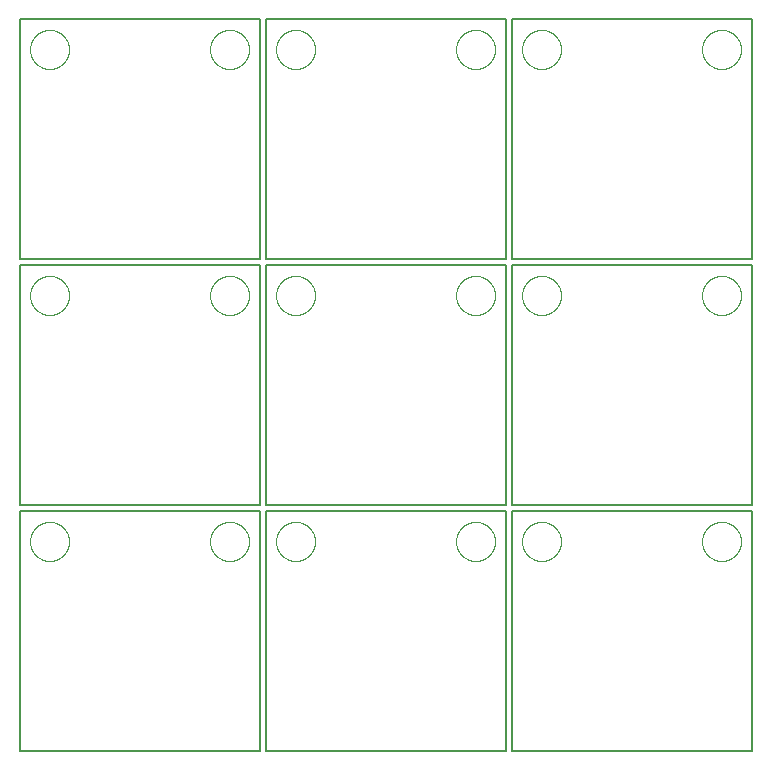
<source format=gko>
G75*
%MOIN*%
%OFA0B0*%
%FSLAX25Y25*%
%IPPOS*%
%LPD*%
%AMOC8*
5,1,8,0,0,1.08239X$1,22.5*
%
%ADD10C,0.00800*%
%ADD11C,0.00000*%
D10*
X0005060Y0004060D02*
X0005060Y0084060D01*
X0085060Y0084060D01*
X0085060Y0004060D01*
X0005060Y0004060D01*
X0087060Y0004060D02*
X0087060Y0084060D01*
X0167060Y0084060D01*
X0167060Y0004060D01*
X0087060Y0004060D01*
X0169060Y0004060D02*
X0169060Y0084060D01*
X0249060Y0084060D01*
X0249060Y0004060D01*
X0169060Y0004060D01*
X0169060Y0086060D02*
X0169060Y0166060D01*
X0249060Y0166060D01*
X0249060Y0086060D01*
X0169060Y0086060D01*
X0167060Y0086060D02*
X0167060Y0166060D01*
X0087060Y0166060D01*
X0087060Y0086060D01*
X0167060Y0086060D01*
X0085060Y0086060D02*
X0085060Y0166060D01*
X0005060Y0166060D01*
X0005060Y0086060D01*
X0085060Y0086060D01*
X0085060Y0168060D02*
X0005060Y0168060D01*
X0005060Y0248060D01*
X0085060Y0248060D01*
X0085060Y0168060D01*
X0087060Y0168060D02*
X0087060Y0248060D01*
X0167060Y0248060D01*
X0167060Y0168060D01*
X0087060Y0168060D01*
X0169060Y0168060D02*
X0169060Y0248060D01*
X0249060Y0248060D01*
X0249060Y0168060D01*
X0169060Y0168060D01*
D11*
X0172560Y0156060D02*
X0172562Y0156221D01*
X0172568Y0156381D01*
X0172578Y0156542D01*
X0172592Y0156702D01*
X0172610Y0156862D01*
X0172631Y0157021D01*
X0172657Y0157180D01*
X0172687Y0157338D01*
X0172720Y0157495D01*
X0172758Y0157652D01*
X0172799Y0157807D01*
X0172844Y0157961D01*
X0172893Y0158114D01*
X0172946Y0158266D01*
X0173002Y0158417D01*
X0173063Y0158566D01*
X0173126Y0158714D01*
X0173194Y0158860D01*
X0173265Y0159004D01*
X0173339Y0159146D01*
X0173417Y0159287D01*
X0173499Y0159425D01*
X0173584Y0159562D01*
X0173672Y0159696D01*
X0173764Y0159828D01*
X0173859Y0159958D01*
X0173957Y0160086D01*
X0174058Y0160211D01*
X0174162Y0160333D01*
X0174269Y0160453D01*
X0174379Y0160570D01*
X0174492Y0160685D01*
X0174608Y0160796D01*
X0174727Y0160905D01*
X0174848Y0161010D01*
X0174972Y0161113D01*
X0175098Y0161213D01*
X0175226Y0161309D01*
X0175357Y0161402D01*
X0175491Y0161492D01*
X0175626Y0161579D01*
X0175764Y0161662D01*
X0175903Y0161742D01*
X0176045Y0161818D01*
X0176188Y0161891D01*
X0176333Y0161960D01*
X0176480Y0162026D01*
X0176628Y0162088D01*
X0176778Y0162146D01*
X0176929Y0162201D01*
X0177082Y0162252D01*
X0177236Y0162299D01*
X0177391Y0162342D01*
X0177547Y0162381D01*
X0177703Y0162417D01*
X0177861Y0162448D01*
X0178019Y0162476D01*
X0178178Y0162500D01*
X0178338Y0162520D01*
X0178498Y0162536D01*
X0178658Y0162548D01*
X0178819Y0162556D01*
X0178980Y0162560D01*
X0179140Y0162560D01*
X0179301Y0162556D01*
X0179462Y0162548D01*
X0179622Y0162536D01*
X0179782Y0162520D01*
X0179942Y0162500D01*
X0180101Y0162476D01*
X0180259Y0162448D01*
X0180417Y0162417D01*
X0180573Y0162381D01*
X0180729Y0162342D01*
X0180884Y0162299D01*
X0181038Y0162252D01*
X0181191Y0162201D01*
X0181342Y0162146D01*
X0181492Y0162088D01*
X0181640Y0162026D01*
X0181787Y0161960D01*
X0181932Y0161891D01*
X0182075Y0161818D01*
X0182217Y0161742D01*
X0182356Y0161662D01*
X0182494Y0161579D01*
X0182629Y0161492D01*
X0182763Y0161402D01*
X0182894Y0161309D01*
X0183022Y0161213D01*
X0183148Y0161113D01*
X0183272Y0161010D01*
X0183393Y0160905D01*
X0183512Y0160796D01*
X0183628Y0160685D01*
X0183741Y0160570D01*
X0183851Y0160453D01*
X0183958Y0160333D01*
X0184062Y0160211D01*
X0184163Y0160086D01*
X0184261Y0159958D01*
X0184356Y0159828D01*
X0184448Y0159696D01*
X0184536Y0159562D01*
X0184621Y0159425D01*
X0184703Y0159287D01*
X0184781Y0159146D01*
X0184855Y0159004D01*
X0184926Y0158860D01*
X0184994Y0158714D01*
X0185057Y0158566D01*
X0185118Y0158417D01*
X0185174Y0158266D01*
X0185227Y0158114D01*
X0185276Y0157961D01*
X0185321Y0157807D01*
X0185362Y0157652D01*
X0185400Y0157495D01*
X0185433Y0157338D01*
X0185463Y0157180D01*
X0185489Y0157021D01*
X0185510Y0156862D01*
X0185528Y0156702D01*
X0185542Y0156542D01*
X0185552Y0156381D01*
X0185558Y0156221D01*
X0185560Y0156060D01*
X0185558Y0155899D01*
X0185552Y0155739D01*
X0185542Y0155578D01*
X0185528Y0155418D01*
X0185510Y0155258D01*
X0185489Y0155099D01*
X0185463Y0154940D01*
X0185433Y0154782D01*
X0185400Y0154625D01*
X0185362Y0154468D01*
X0185321Y0154313D01*
X0185276Y0154159D01*
X0185227Y0154006D01*
X0185174Y0153854D01*
X0185118Y0153703D01*
X0185057Y0153554D01*
X0184994Y0153406D01*
X0184926Y0153260D01*
X0184855Y0153116D01*
X0184781Y0152974D01*
X0184703Y0152833D01*
X0184621Y0152695D01*
X0184536Y0152558D01*
X0184448Y0152424D01*
X0184356Y0152292D01*
X0184261Y0152162D01*
X0184163Y0152034D01*
X0184062Y0151909D01*
X0183958Y0151787D01*
X0183851Y0151667D01*
X0183741Y0151550D01*
X0183628Y0151435D01*
X0183512Y0151324D01*
X0183393Y0151215D01*
X0183272Y0151110D01*
X0183148Y0151007D01*
X0183022Y0150907D01*
X0182894Y0150811D01*
X0182763Y0150718D01*
X0182629Y0150628D01*
X0182494Y0150541D01*
X0182356Y0150458D01*
X0182217Y0150378D01*
X0182075Y0150302D01*
X0181932Y0150229D01*
X0181787Y0150160D01*
X0181640Y0150094D01*
X0181492Y0150032D01*
X0181342Y0149974D01*
X0181191Y0149919D01*
X0181038Y0149868D01*
X0180884Y0149821D01*
X0180729Y0149778D01*
X0180573Y0149739D01*
X0180417Y0149703D01*
X0180259Y0149672D01*
X0180101Y0149644D01*
X0179942Y0149620D01*
X0179782Y0149600D01*
X0179622Y0149584D01*
X0179462Y0149572D01*
X0179301Y0149564D01*
X0179140Y0149560D01*
X0178980Y0149560D01*
X0178819Y0149564D01*
X0178658Y0149572D01*
X0178498Y0149584D01*
X0178338Y0149600D01*
X0178178Y0149620D01*
X0178019Y0149644D01*
X0177861Y0149672D01*
X0177703Y0149703D01*
X0177547Y0149739D01*
X0177391Y0149778D01*
X0177236Y0149821D01*
X0177082Y0149868D01*
X0176929Y0149919D01*
X0176778Y0149974D01*
X0176628Y0150032D01*
X0176480Y0150094D01*
X0176333Y0150160D01*
X0176188Y0150229D01*
X0176045Y0150302D01*
X0175903Y0150378D01*
X0175764Y0150458D01*
X0175626Y0150541D01*
X0175491Y0150628D01*
X0175357Y0150718D01*
X0175226Y0150811D01*
X0175098Y0150907D01*
X0174972Y0151007D01*
X0174848Y0151110D01*
X0174727Y0151215D01*
X0174608Y0151324D01*
X0174492Y0151435D01*
X0174379Y0151550D01*
X0174269Y0151667D01*
X0174162Y0151787D01*
X0174058Y0151909D01*
X0173957Y0152034D01*
X0173859Y0152162D01*
X0173764Y0152292D01*
X0173672Y0152424D01*
X0173584Y0152558D01*
X0173499Y0152695D01*
X0173417Y0152833D01*
X0173339Y0152974D01*
X0173265Y0153116D01*
X0173194Y0153260D01*
X0173126Y0153406D01*
X0173063Y0153554D01*
X0173002Y0153703D01*
X0172946Y0153854D01*
X0172893Y0154006D01*
X0172844Y0154159D01*
X0172799Y0154313D01*
X0172758Y0154468D01*
X0172720Y0154625D01*
X0172687Y0154782D01*
X0172657Y0154940D01*
X0172631Y0155099D01*
X0172610Y0155258D01*
X0172592Y0155418D01*
X0172578Y0155578D01*
X0172568Y0155739D01*
X0172562Y0155899D01*
X0172560Y0156060D01*
X0150560Y0156060D02*
X0150562Y0156221D01*
X0150568Y0156381D01*
X0150578Y0156542D01*
X0150592Y0156702D01*
X0150610Y0156862D01*
X0150631Y0157021D01*
X0150657Y0157180D01*
X0150687Y0157338D01*
X0150720Y0157495D01*
X0150758Y0157652D01*
X0150799Y0157807D01*
X0150844Y0157961D01*
X0150893Y0158114D01*
X0150946Y0158266D01*
X0151002Y0158417D01*
X0151063Y0158566D01*
X0151126Y0158714D01*
X0151194Y0158860D01*
X0151265Y0159004D01*
X0151339Y0159146D01*
X0151417Y0159287D01*
X0151499Y0159425D01*
X0151584Y0159562D01*
X0151672Y0159696D01*
X0151764Y0159828D01*
X0151859Y0159958D01*
X0151957Y0160086D01*
X0152058Y0160211D01*
X0152162Y0160333D01*
X0152269Y0160453D01*
X0152379Y0160570D01*
X0152492Y0160685D01*
X0152608Y0160796D01*
X0152727Y0160905D01*
X0152848Y0161010D01*
X0152972Y0161113D01*
X0153098Y0161213D01*
X0153226Y0161309D01*
X0153357Y0161402D01*
X0153491Y0161492D01*
X0153626Y0161579D01*
X0153764Y0161662D01*
X0153903Y0161742D01*
X0154045Y0161818D01*
X0154188Y0161891D01*
X0154333Y0161960D01*
X0154480Y0162026D01*
X0154628Y0162088D01*
X0154778Y0162146D01*
X0154929Y0162201D01*
X0155082Y0162252D01*
X0155236Y0162299D01*
X0155391Y0162342D01*
X0155547Y0162381D01*
X0155703Y0162417D01*
X0155861Y0162448D01*
X0156019Y0162476D01*
X0156178Y0162500D01*
X0156338Y0162520D01*
X0156498Y0162536D01*
X0156658Y0162548D01*
X0156819Y0162556D01*
X0156980Y0162560D01*
X0157140Y0162560D01*
X0157301Y0162556D01*
X0157462Y0162548D01*
X0157622Y0162536D01*
X0157782Y0162520D01*
X0157942Y0162500D01*
X0158101Y0162476D01*
X0158259Y0162448D01*
X0158417Y0162417D01*
X0158573Y0162381D01*
X0158729Y0162342D01*
X0158884Y0162299D01*
X0159038Y0162252D01*
X0159191Y0162201D01*
X0159342Y0162146D01*
X0159492Y0162088D01*
X0159640Y0162026D01*
X0159787Y0161960D01*
X0159932Y0161891D01*
X0160075Y0161818D01*
X0160217Y0161742D01*
X0160356Y0161662D01*
X0160494Y0161579D01*
X0160629Y0161492D01*
X0160763Y0161402D01*
X0160894Y0161309D01*
X0161022Y0161213D01*
X0161148Y0161113D01*
X0161272Y0161010D01*
X0161393Y0160905D01*
X0161512Y0160796D01*
X0161628Y0160685D01*
X0161741Y0160570D01*
X0161851Y0160453D01*
X0161958Y0160333D01*
X0162062Y0160211D01*
X0162163Y0160086D01*
X0162261Y0159958D01*
X0162356Y0159828D01*
X0162448Y0159696D01*
X0162536Y0159562D01*
X0162621Y0159425D01*
X0162703Y0159287D01*
X0162781Y0159146D01*
X0162855Y0159004D01*
X0162926Y0158860D01*
X0162994Y0158714D01*
X0163057Y0158566D01*
X0163118Y0158417D01*
X0163174Y0158266D01*
X0163227Y0158114D01*
X0163276Y0157961D01*
X0163321Y0157807D01*
X0163362Y0157652D01*
X0163400Y0157495D01*
X0163433Y0157338D01*
X0163463Y0157180D01*
X0163489Y0157021D01*
X0163510Y0156862D01*
X0163528Y0156702D01*
X0163542Y0156542D01*
X0163552Y0156381D01*
X0163558Y0156221D01*
X0163560Y0156060D01*
X0163558Y0155899D01*
X0163552Y0155739D01*
X0163542Y0155578D01*
X0163528Y0155418D01*
X0163510Y0155258D01*
X0163489Y0155099D01*
X0163463Y0154940D01*
X0163433Y0154782D01*
X0163400Y0154625D01*
X0163362Y0154468D01*
X0163321Y0154313D01*
X0163276Y0154159D01*
X0163227Y0154006D01*
X0163174Y0153854D01*
X0163118Y0153703D01*
X0163057Y0153554D01*
X0162994Y0153406D01*
X0162926Y0153260D01*
X0162855Y0153116D01*
X0162781Y0152974D01*
X0162703Y0152833D01*
X0162621Y0152695D01*
X0162536Y0152558D01*
X0162448Y0152424D01*
X0162356Y0152292D01*
X0162261Y0152162D01*
X0162163Y0152034D01*
X0162062Y0151909D01*
X0161958Y0151787D01*
X0161851Y0151667D01*
X0161741Y0151550D01*
X0161628Y0151435D01*
X0161512Y0151324D01*
X0161393Y0151215D01*
X0161272Y0151110D01*
X0161148Y0151007D01*
X0161022Y0150907D01*
X0160894Y0150811D01*
X0160763Y0150718D01*
X0160629Y0150628D01*
X0160494Y0150541D01*
X0160356Y0150458D01*
X0160217Y0150378D01*
X0160075Y0150302D01*
X0159932Y0150229D01*
X0159787Y0150160D01*
X0159640Y0150094D01*
X0159492Y0150032D01*
X0159342Y0149974D01*
X0159191Y0149919D01*
X0159038Y0149868D01*
X0158884Y0149821D01*
X0158729Y0149778D01*
X0158573Y0149739D01*
X0158417Y0149703D01*
X0158259Y0149672D01*
X0158101Y0149644D01*
X0157942Y0149620D01*
X0157782Y0149600D01*
X0157622Y0149584D01*
X0157462Y0149572D01*
X0157301Y0149564D01*
X0157140Y0149560D01*
X0156980Y0149560D01*
X0156819Y0149564D01*
X0156658Y0149572D01*
X0156498Y0149584D01*
X0156338Y0149600D01*
X0156178Y0149620D01*
X0156019Y0149644D01*
X0155861Y0149672D01*
X0155703Y0149703D01*
X0155547Y0149739D01*
X0155391Y0149778D01*
X0155236Y0149821D01*
X0155082Y0149868D01*
X0154929Y0149919D01*
X0154778Y0149974D01*
X0154628Y0150032D01*
X0154480Y0150094D01*
X0154333Y0150160D01*
X0154188Y0150229D01*
X0154045Y0150302D01*
X0153903Y0150378D01*
X0153764Y0150458D01*
X0153626Y0150541D01*
X0153491Y0150628D01*
X0153357Y0150718D01*
X0153226Y0150811D01*
X0153098Y0150907D01*
X0152972Y0151007D01*
X0152848Y0151110D01*
X0152727Y0151215D01*
X0152608Y0151324D01*
X0152492Y0151435D01*
X0152379Y0151550D01*
X0152269Y0151667D01*
X0152162Y0151787D01*
X0152058Y0151909D01*
X0151957Y0152034D01*
X0151859Y0152162D01*
X0151764Y0152292D01*
X0151672Y0152424D01*
X0151584Y0152558D01*
X0151499Y0152695D01*
X0151417Y0152833D01*
X0151339Y0152974D01*
X0151265Y0153116D01*
X0151194Y0153260D01*
X0151126Y0153406D01*
X0151063Y0153554D01*
X0151002Y0153703D01*
X0150946Y0153854D01*
X0150893Y0154006D01*
X0150844Y0154159D01*
X0150799Y0154313D01*
X0150758Y0154468D01*
X0150720Y0154625D01*
X0150687Y0154782D01*
X0150657Y0154940D01*
X0150631Y0155099D01*
X0150610Y0155258D01*
X0150592Y0155418D01*
X0150578Y0155578D01*
X0150568Y0155739D01*
X0150562Y0155899D01*
X0150560Y0156060D01*
X0090560Y0156060D02*
X0090562Y0156221D01*
X0090568Y0156381D01*
X0090578Y0156542D01*
X0090592Y0156702D01*
X0090610Y0156862D01*
X0090631Y0157021D01*
X0090657Y0157180D01*
X0090687Y0157338D01*
X0090720Y0157495D01*
X0090758Y0157652D01*
X0090799Y0157807D01*
X0090844Y0157961D01*
X0090893Y0158114D01*
X0090946Y0158266D01*
X0091002Y0158417D01*
X0091063Y0158566D01*
X0091126Y0158714D01*
X0091194Y0158860D01*
X0091265Y0159004D01*
X0091339Y0159146D01*
X0091417Y0159287D01*
X0091499Y0159425D01*
X0091584Y0159562D01*
X0091672Y0159696D01*
X0091764Y0159828D01*
X0091859Y0159958D01*
X0091957Y0160086D01*
X0092058Y0160211D01*
X0092162Y0160333D01*
X0092269Y0160453D01*
X0092379Y0160570D01*
X0092492Y0160685D01*
X0092608Y0160796D01*
X0092727Y0160905D01*
X0092848Y0161010D01*
X0092972Y0161113D01*
X0093098Y0161213D01*
X0093226Y0161309D01*
X0093357Y0161402D01*
X0093491Y0161492D01*
X0093626Y0161579D01*
X0093764Y0161662D01*
X0093903Y0161742D01*
X0094045Y0161818D01*
X0094188Y0161891D01*
X0094333Y0161960D01*
X0094480Y0162026D01*
X0094628Y0162088D01*
X0094778Y0162146D01*
X0094929Y0162201D01*
X0095082Y0162252D01*
X0095236Y0162299D01*
X0095391Y0162342D01*
X0095547Y0162381D01*
X0095703Y0162417D01*
X0095861Y0162448D01*
X0096019Y0162476D01*
X0096178Y0162500D01*
X0096338Y0162520D01*
X0096498Y0162536D01*
X0096658Y0162548D01*
X0096819Y0162556D01*
X0096980Y0162560D01*
X0097140Y0162560D01*
X0097301Y0162556D01*
X0097462Y0162548D01*
X0097622Y0162536D01*
X0097782Y0162520D01*
X0097942Y0162500D01*
X0098101Y0162476D01*
X0098259Y0162448D01*
X0098417Y0162417D01*
X0098573Y0162381D01*
X0098729Y0162342D01*
X0098884Y0162299D01*
X0099038Y0162252D01*
X0099191Y0162201D01*
X0099342Y0162146D01*
X0099492Y0162088D01*
X0099640Y0162026D01*
X0099787Y0161960D01*
X0099932Y0161891D01*
X0100075Y0161818D01*
X0100217Y0161742D01*
X0100356Y0161662D01*
X0100494Y0161579D01*
X0100629Y0161492D01*
X0100763Y0161402D01*
X0100894Y0161309D01*
X0101022Y0161213D01*
X0101148Y0161113D01*
X0101272Y0161010D01*
X0101393Y0160905D01*
X0101512Y0160796D01*
X0101628Y0160685D01*
X0101741Y0160570D01*
X0101851Y0160453D01*
X0101958Y0160333D01*
X0102062Y0160211D01*
X0102163Y0160086D01*
X0102261Y0159958D01*
X0102356Y0159828D01*
X0102448Y0159696D01*
X0102536Y0159562D01*
X0102621Y0159425D01*
X0102703Y0159287D01*
X0102781Y0159146D01*
X0102855Y0159004D01*
X0102926Y0158860D01*
X0102994Y0158714D01*
X0103057Y0158566D01*
X0103118Y0158417D01*
X0103174Y0158266D01*
X0103227Y0158114D01*
X0103276Y0157961D01*
X0103321Y0157807D01*
X0103362Y0157652D01*
X0103400Y0157495D01*
X0103433Y0157338D01*
X0103463Y0157180D01*
X0103489Y0157021D01*
X0103510Y0156862D01*
X0103528Y0156702D01*
X0103542Y0156542D01*
X0103552Y0156381D01*
X0103558Y0156221D01*
X0103560Y0156060D01*
X0103558Y0155899D01*
X0103552Y0155739D01*
X0103542Y0155578D01*
X0103528Y0155418D01*
X0103510Y0155258D01*
X0103489Y0155099D01*
X0103463Y0154940D01*
X0103433Y0154782D01*
X0103400Y0154625D01*
X0103362Y0154468D01*
X0103321Y0154313D01*
X0103276Y0154159D01*
X0103227Y0154006D01*
X0103174Y0153854D01*
X0103118Y0153703D01*
X0103057Y0153554D01*
X0102994Y0153406D01*
X0102926Y0153260D01*
X0102855Y0153116D01*
X0102781Y0152974D01*
X0102703Y0152833D01*
X0102621Y0152695D01*
X0102536Y0152558D01*
X0102448Y0152424D01*
X0102356Y0152292D01*
X0102261Y0152162D01*
X0102163Y0152034D01*
X0102062Y0151909D01*
X0101958Y0151787D01*
X0101851Y0151667D01*
X0101741Y0151550D01*
X0101628Y0151435D01*
X0101512Y0151324D01*
X0101393Y0151215D01*
X0101272Y0151110D01*
X0101148Y0151007D01*
X0101022Y0150907D01*
X0100894Y0150811D01*
X0100763Y0150718D01*
X0100629Y0150628D01*
X0100494Y0150541D01*
X0100356Y0150458D01*
X0100217Y0150378D01*
X0100075Y0150302D01*
X0099932Y0150229D01*
X0099787Y0150160D01*
X0099640Y0150094D01*
X0099492Y0150032D01*
X0099342Y0149974D01*
X0099191Y0149919D01*
X0099038Y0149868D01*
X0098884Y0149821D01*
X0098729Y0149778D01*
X0098573Y0149739D01*
X0098417Y0149703D01*
X0098259Y0149672D01*
X0098101Y0149644D01*
X0097942Y0149620D01*
X0097782Y0149600D01*
X0097622Y0149584D01*
X0097462Y0149572D01*
X0097301Y0149564D01*
X0097140Y0149560D01*
X0096980Y0149560D01*
X0096819Y0149564D01*
X0096658Y0149572D01*
X0096498Y0149584D01*
X0096338Y0149600D01*
X0096178Y0149620D01*
X0096019Y0149644D01*
X0095861Y0149672D01*
X0095703Y0149703D01*
X0095547Y0149739D01*
X0095391Y0149778D01*
X0095236Y0149821D01*
X0095082Y0149868D01*
X0094929Y0149919D01*
X0094778Y0149974D01*
X0094628Y0150032D01*
X0094480Y0150094D01*
X0094333Y0150160D01*
X0094188Y0150229D01*
X0094045Y0150302D01*
X0093903Y0150378D01*
X0093764Y0150458D01*
X0093626Y0150541D01*
X0093491Y0150628D01*
X0093357Y0150718D01*
X0093226Y0150811D01*
X0093098Y0150907D01*
X0092972Y0151007D01*
X0092848Y0151110D01*
X0092727Y0151215D01*
X0092608Y0151324D01*
X0092492Y0151435D01*
X0092379Y0151550D01*
X0092269Y0151667D01*
X0092162Y0151787D01*
X0092058Y0151909D01*
X0091957Y0152034D01*
X0091859Y0152162D01*
X0091764Y0152292D01*
X0091672Y0152424D01*
X0091584Y0152558D01*
X0091499Y0152695D01*
X0091417Y0152833D01*
X0091339Y0152974D01*
X0091265Y0153116D01*
X0091194Y0153260D01*
X0091126Y0153406D01*
X0091063Y0153554D01*
X0091002Y0153703D01*
X0090946Y0153854D01*
X0090893Y0154006D01*
X0090844Y0154159D01*
X0090799Y0154313D01*
X0090758Y0154468D01*
X0090720Y0154625D01*
X0090687Y0154782D01*
X0090657Y0154940D01*
X0090631Y0155099D01*
X0090610Y0155258D01*
X0090592Y0155418D01*
X0090578Y0155578D01*
X0090568Y0155739D01*
X0090562Y0155899D01*
X0090560Y0156060D01*
X0068560Y0156060D02*
X0068562Y0156221D01*
X0068568Y0156381D01*
X0068578Y0156542D01*
X0068592Y0156702D01*
X0068610Y0156862D01*
X0068631Y0157021D01*
X0068657Y0157180D01*
X0068687Y0157338D01*
X0068720Y0157495D01*
X0068758Y0157652D01*
X0068799Y0157807D01*
X0068844Y0157961D01*
X0068893Y0158114D01*
X0068946Y0158266D01*
X0069002Y0158417D01*
X0069063Y0158566D01*
X0069126Y0158714D01*
X0069194Y0158860D01*
X0069265Y0159004D01*
X0069339Y0159146D01*
X0069417Y0159287D01*
X0069499Y0159425D01*
X0069584Y0159562D01*
X0069672Y0159696D01*
X0069764Y0159828D01*
X0069859Y0159958D01*
X0069957Y0160086D01*
X0070058Y0160211D01*
X0070162Y0160333D01*
X0070269Y0160453D01*
X0070379Y0160570D01*
X0070492Y0160685D01*
X0070608Y0160796D01*
X0070727Y0160905D01*
X0070848Y0161010D01*
X0070972Y0161113D01*
X0071098Y0161213D01*
X0071226Y0161309D01*
X0071357Y0161402D01*
X0071491Y0161492D01*
X0071626Y0161579D01*
X0071764Y0161662D01*
X0071903Y0161742D01*
X0072045Y0161818D01*
X0072188Y0161891D01*
X0072333Y0161960D01*
X0072480Y0162026D01*
X0072628Y0162088D01*
X0072778Y0162146D01*
X0072929Y0162201D01*
X0073082Y0162252D01*
X0073236Y0162299D01*
X0073391Y0162342D01*
X0073547Y0162381D01*
X0073703Y0162417D01*
X0073861Y0162448D01*
X0074019Y0162476D01*
X0074178Y0162500D01*
X0074338Y0162520D01*
X0074498Y0162536D01*
X0074658Y0162548D01*
X0074819Y0162556D01*
X0074980Y0162560D01*
X0075140Y0162560D01*
X0075301Y0162556D01*
X0075462Y0162548D01*
X0075622Y0162536D01*
X0075782Y0162520D01*
X0075942Y0162500D01*
X0076101Y0162476D01*
X0076259Y0162448D01*
X0076417Y0162417D01*
X0076573Y0162381D01*
X0076729Y0162342D01*
X0076884Y0162299D01*
X0077038Y0162252D01*
X0077191Y0162201D01*
X0077342Y0162146D01*
X0077492Y0162088D01*
X0077640Y0162026D01*
X0077787Y0161960D01*
X0077932Y0161891D01*
X0078075Y0161818D01*
X0078217Y0161742D01*
X0078356Y0161662D01*
X0078494Y0161579D01*
X0078629Y0161492D01*
X0078763Y0161402D01*
X0078894Y0161309D01*
X0079022Y0161213D01*
X0079148Y0161113D01*
X0079272Y0161010D01*
X0079393Y0160905D01*
X0079512Y0160796D01*
X0079628Y0160685D01*
X0079741Y0160570D01*
X0079851Y0160453D01*
X0079958Y0160333D01*
X0080062Y0160211D01*
X0080163Y0160086D01*
X0080261Y0159958D01*
X0080356Y0159828D01*
X0080448Y0159696D01*
X0080536Y0159562D01*
X0080621Y0159425D01*
X0080703Y0159287D01*
X0080781Y0159146D01*
X0080855Y0159004D01*
X0080926Y0158860D01*
X0080994Y0158714D01*
X0081057Y0158566D01*
X0081118Y0158417D01*
X0081174Y0158266D01*
X0081227Y0158114D01*
X0081276Y0157961D01*
X0081321Y0157807D01*
X0081362Y0157652D01*
X0081400Y0157495D01*
X0081433Y0157338D01*
X0081463Y0157180D01*
X0081489Y0157021D01*
X0081510Y0156862D01*
X0081528Y0156702D01*
X0081542Y0156542D01*
X0081552Y0156381D01*
X0081558Y0156221D01*
X0081560Y0156060D01*
X0081558Y0155899D01*
X0081552Y0155739D01*
X0081542Y0155578D01*
X0081528Y0155418D01*
X0081510Y0155258D01*
X0081489Y0155099D01*
X0081463Y0154940D01*
X0081433Y0154782D01*
X0081400Y0154625D01*
X0081362Y0154468D01*
X0081321Y0154313D01*
X0081276Y0154159D01*
X0081227Y0154006D01*
X0081174Y0153854D01*
X0081118Y0153703D01*
X0081057Y0153554D01*
X0080994Y0153406D01*
X0080926Y0153260D01*
X0080855Y0153116D01*
X0080781Y0152974D01*
X0080703Y0152833D01*
X0080621Y0152695D01*
X0080536Y0152558D01*
X0080448Y0152424D01*
X0080356Y0152292D01*
X0080261Y0152162D01*
X0080163Y0152034D01*
X0080062Y0151909D01*
X0079958Y0151787D01*
X0079851Y0151667D01*
X0079741Y0151550D01*
X0079628Y0151435D01*
X0079512Y0151324D01*
X0079393Y0151215D01*
X0079272Y0151110D01*
X0079148Y0151007D01*
X0079022Y0150907D01*
X0078894Y0150811D01*
X0078763Y0150718D01*
X0078629Y0150628D01*
X0078494Y0150541D01*
X0078356Y0150458D01*
X0078217Y0150378D01*
X0078075Y0150302D01*
X0077932Y0150229D01*
X0077787Y0150160D01*
X0077640Y0150094D01*
X0077492Y0150032D01*
X0077342Y0149974D01*
X0077191Y0149919D01*
X0077038Y0149868D01*
X0076884Y0149821D01*
X0076729Y0149778D01*
X0076573Y0149739D01*
X0076417Y0149703D01*
X0076259Y0149672D01*
X0076101Y0149644D01*
X0075942Y0149620D01*
X0075782Y0149600D01*
X0075622Y0149584D01*
X0075462Y0149572D01*
X0075301Y0149564D01*
X0075140Y0149560D01*
X0074980Y0149560D01*
X0074819Y0149564D01*
X0074658Y0149572D01*
X0074498Y0149584D01*
X0074338Y0149600D01*
X0074178Y0149620D01*
X0074019Y0149644D01*
X0073861Y0149672D01*
X0073703Y0149703D01*
X0073547Y0149739D01*
X0073391Y0149778D01*
X0073236Y0149821D01*
X0073082Y0149868D01*
X0072929Y0149919D01*
X0072778Y0149974D01*
X0072628Y0150032D01*
X0072480Y0150094D01*
X0072333Y0150160D01*
X0072188Y0150229D01*
X0072045Y0150302D01*
X0071903Y0150378D01*
X0071764Y0150458D01*
X0071626Y0150541D01*
X0071491Y0150628D01*
X0071357Y0150718D01*
X0071226Y0150811D01*
X0071098Y0150907D01*
X0070972Y0151007D01*
X0070848Y0151110D01*
X0070727Y0151215D01*
X0070608Y0151324D01*
X0070492Y0151435D01*
X0070379Y0151550D01*
X0070269Y0151667D01*
X0070162Y0151787D01*
X0070058Y0151909D01*
X0069957Y0152034D01*
X0069859Y0152162D01*
X0069764Y0152292D01*
X0069672Y0152424D01*
X0069584Y0152558D01*
X0069499Y0152695D01*
X0069417Y0152833D01*
X0069339Y0152974D01*
X0069265Y0153116D01*
X0069194Y0153260D01*
X0069126Y0153406D01*
X0069063Y0153554D01*
X0069002Y0153703D01*
X0068946Y0153854D01*
X0068893Y0154006D01*
X0068844Y0154159D01*
X0068799Y0154313D01*
X0068758Y0154468D01*
X0068720Y0154625D01*
X0068687Y0154782D01*
X0068657Y0154940D01*
X0068631Y0155099D01*
X0068610Y0155258D01*
X0068592Y0155418D01*
X0068578Y0155578D01*
X0068568Y0155739D01*
X0068562Y0155899D01*
X0068560Y0156060D01*
X0008560Y0156060D02*
X0008562Y0156221D01*
X0008568Y0156381D01*
X0008578Y0156542D01*
X0008592Y0156702D01*
X0008610Y0156862D01*
X0008631Y0157021D01*
X0008657Y0157180D01*
X0008687Y0157338D01*
X0008720Y0157495D01*
X0008758Y0157652D01*
X0008799Y0157807D01*
X0008844Y0157961D01*
X0008893Y0158114D01*
X0008946Y0158266D01*
X0009002Y0158417D01*
X0009063Y0158566D01*
X0009126Y0158714D01*
X0009194Y0158860D01*
X0009265Y0159004D01*
X0009339Y0159146D01*
X0009417Y0159287D01*
X0009499Y0159425D01*
X0009584Y0159562D01*
X0009672Y0159696D01*
X0009764Y0159828D01*
X0009859Y0159958D01*
X0009957Y0160086D01*
X0010058Y0160211D01*
X0010162Y0160333D01*
X0010269Y0160453D01*
X0010379Y0160570D01*
X0010492Y0160685D01*
X0010608Y0160796D01*
X0010727Y0160905D01*
X0010848Y0161010D01*
X0010972Y0161113D01*
X0011098Y0161213D01*
X0011226Y0161309D01*
X0011357Y0161402D01*
X0011491Y0161492D01*
X0011626Y0161579D01*
X0011764Y0161662D01*
X0011903Y0161742D01*
X0012045Y0161818D01*
X0012188Y0161891D01*
X0012333Y0161960D01*
X0012480Y0162026D01*
X0012628Y0162088D01*
X0012778Y0162146D01*
X0012929Y0162201D01*
X0013082Y0162252D01*
X0013236Y0162299D01*
X0013391Y0162342D01*
X0013547Y0162381D01*
X0013703Y0162417D01*
X0013861Y0162448D01*
X0014019Y0162476D01*
X0014178Y0162500D01*
X0014338Y0162520D01*
X0014498Y0162536D01*
X0014658Y0162548D01*
X0014819Y0162556D01*
X0014980Y0162560D01*
X0015140Y0162560D01*
X0015301Y0162556D01*
X0015462Y0162548D01*
X0015622Y0162536D01*
X0015782Y0162520D01*
X0015942Y0162500D01*
X0016101Y0162476D01*
X0016259Y0162448D01*
X0016417Y0162417D01*
X0016573Y0162381D01*
X0016729Y0162342D01*
X0016884Y0162299D01*
X0017038Y0162252D01*
X0017191Y0162201D01*
X0017342Y0162146D01*
X0017492Y0162088D01*
X0017640Y0162026D01*
X0017787Y0161960D01*
X0017932Y0161891D01*
X0018075Y0161818D01*
X0018217Y0161742D01*
X0018356Y0161662D01*
X0018494Y0161579D01*
X0018629Y0161492D01*
X0018763Y0161402D01*
X0018894Y0161309D01*
X0019022Y0161213D01*
X0019148Y0161113D01*
X0019272Y0161010D01*
X0019393Y0160905D01*
X0019512Y0160796D01*
X0019628Y0160685D01*
X0019741Y0160570D01*
X0019851Y0160453D01*
X0019958Y0160333D01*
X0020062Y0160211D01*
X0020163Y0160086D01*
X0020261Y0159958D01*
X0020356Y0159828D01*
X0020448Y0159696D01*
X0020536Y0159562D01*
X0020621Y0159425D01*
X0020703Y0159287D01*
X0020781Y0159146D01*
X0020855Y0159004D01*
X0020926Y0158860D01*
X0020994Y0158714D01*
X0021057Y0158566D01*
X0021118Y0158417D01*
X0021174Y0158266D01*
X0021227Y0158114D01*
X0021276Y0157961D01*
X0021321Y0157807D01*
X0021362Y0157652D01*
X0021400Y0157495D01*
X0021433Y0157338D01*
X0021463Y0157180D01*
X0021489Y0157021D01*
X0021510Y0156862D01*
X0021528Y0156702D01*
X0021542Y0156542D01*
X0021552Y0156381D01*
X0021558Y0156221D01*
X0021560Y0156060D01*
X0021558Y0155899D01*
X0021552Y0155739D01*
X0021542Y0155578D01*
X0021528Y0155418D01*
X0021510Y0155258D01*
X0021489Y0155099D01*
X0021463Y0154940D01*
X0021433Y0154782D01*
X0021400Y0154625D01*
X0021362Y0154468D01*
X0021321Y0154313D01*
X0021276Y0154159D01*
X0021227Y0154006D01*
X0021174Y0153854D01*
X0021118Y0153703D01*
X0021057Y0153554D01*
X0020994Y0153406D01*
X0020926Y0153260D01*
X0020855Y0153116D01*
X0020781Y0152974D01*
X0020703Y0152833D01*
X0020621Y0152695D01*
X0020536Y0152558D01*
X0020448Y0152424D01*
X0020356Y0152292D01*
X0020261Y0152162D01*
X0020163Y0152034D01*
X0020062Y0151909D01*
X0019958Y0151787D01*
X0019851Y0151667D01*
X0019741Y0151550D01*
X0019628Y0151435D01*
X0019512Y0151324D01*
X0019393Y0151215D01*
X0019272Y0151110D01*
X0019148Y0151007D01*
X0019022Y0150907D01*
X0018894Y0150811D01*
X0018763Y0150718D01*
X0018629Y0150628D01*
X0018494Y0150541D01*
X0018356Y0150458D01*
X0018217Y0150378D01*
X0018075Y0150302D01*
X0017932Y0150229D01*
X0017787Y0150160D01*
X0017640Y0150094D01*
X0017492Y0150032D01*
X0017342Y0149974D01*
X0017191Y0149919D01*
X0017038Y0149868D01*
X0016884Y0149821D01*
X0016729Y0149778D01*
X0016573Y0149739D01*
X0016417Y0149703D01*
X0016259Y0149672D01*
X0016101Y0149644D01*
X0015942Y0149620D01*
X0015782Y0149600D01*
X0015622Y0149584D01*
X0015462Y0149572D01*
X0015301Y0149564D01*
X0015140Y0149560D01*
X0014980Y0149560D01*
X0014819Y0149564D01*
X0014658Y0149572D01*
X0014498Y0149584D01*
X0014338Y0149600D01*
X0014178Y0149620D01*
X0014019Y0149644D01*
X0013861Y0149672D01*
X0013703Y0149703D01*
X0013547Y0149739D01*
X0013391Y0149778D01*
X0013236Y0149821D01*
X0013082Y0149868D01*
X0012929Y0149919D01*
X0012778Y0149974D01*
X0012628Y0150032D01*
X0012480Y0150094D01*
X0012333Y0150160D01*
X0012188Y0150229D01*
X0012045Y0150302D01*
X0011903Y0150378D01*
X0011764Y0150458D01*
X0011626Y0150541D01*
X0011491Y0150628D01*
X0011357Y0150718D01*
X0011226Y0150811D01*
X0011098Y0150907D01*
X0010972Y0151007D01*
X0010848Y0151110D01*
X0010727Y0151215D01*
X0010608Y0151324D01*
X0010492Y0151435D01*
X0010379Y0151550D01*
X0010269Y0151667D01*
X0010162Y0151787D01*
X0010058Y0151909D01*
X0009957Y0152034D01*
X0009859Y0152162D01*
X0009764Y0152292D01*
X0009672Y0152424D01*
X0009584Y0152558D01*
X0009499Y0152695D01*
X0009417Y0152833D01*
X0009339Y0152974D01*
X0009265Y0153116D01*
X0009194Y0153260D01*
X0009126Y0153406D01*
X0009063Y0153554D01*
X0009002Y0153703D01*
X0008946Y0153854D01*
X0008893Y0154006D01*
X0008844Y0154159D01*
X0008799Y0154313D01*
X0008758Y0154468D01*
X0008720Y0154625D01*
X0008687Y0154782D01*
X0008657Y0154940D01*
X0008631Y0155099D01*
X0008610Y0155258D01*
X0008592Y0155418D01*
X0008578Y0155578D01*
X0008568Y0155739D01*
X0008562Y0155899D01*
X0008560Y0156060D01*
X0008560Y0238060D02*
X0008562Y0238221D01*
X0008568Y0238381D01*
X0008578Y0238542D01*
X0008592Y0238702D01*
X0008610Y0238862D01*
X0008631Y0239021D01*
X0008657Y0239180D01*
X0008687Y0239338D01*
X0008720Y0239495D01*
X0008758Y0239652D01*
X0008799Y0239807D01*
X0008844Y0239961D01*
X0008893Y0240114D01*
X0008946Y0240266D01*
X0009002Y0240417D01*
X0009063Y0240566D01*
X0009126Y0240714D01*
X0009194Y0240860D01*
X0009265Y0241004D01*
X0009339Y0241146D01*
X0009417Y0241287D01*
X0009499Y0241425D01*
X0009584Y0241562D01*
X0009672Y0241696D01*
X0009764Y0241828D01*
X0009859Y0241958D01*
X0009957Y0242086D01*
X0010058Y0242211D01*
X0010162Y0242333D01*
X0010269Y0242453D01*
X0010379Y0242570D01*
X0010492Y0242685D01*
X0010608Y0242796D01*
X0010727Y0242905D01*
X0010848Y0243010D01*
X0010972Y0243113D01*
X0011098Y0243213D01*
X0011226Y0243309D01*
X0011357Y0243402D01*
X0011491Y0243492D01*
X0011626Y0243579D01*
X0011764Y0243662D01*
X0011903Y0243742D01*
X0012045Y0243818D01*
X0012188Y0243891D01*
X0012333Y0243960D01*
X0012480Y0244026D01*
X0012628Y0244088D01*
X0012778Y0244146D01*
X0012929Y0244201D01*
X0013082Y0244252D01*
X0013236Y0244299D01*
X0013391Y0244342D01*
X0013547Y0244381D01*
X0013703Y0244417D01*
X0013861Y0244448D01*
X0014019Y0244476D01*
X0014178Y0244500D01*
X0014338Y0244520D01*
X0014498Y0244536D01*
X0014658Y0244548D01*
X0014819Y0244556D01*
X0014980Y0244560D01*
X0015140Y0244560D01*
X0015301Y0244556D01*
X0015462Y0244548D01*
X0015622Y0244536D01*
X0015782Y0244520D01*
X0015942Y0244500D01*
X0016101Y0244476D01*
X0016259Y0244448D01*
X0016417Y0244417D01*
X0016573Y0244381D01*
X0016729Y0244342D01*
X0016884Y0244299D01*
X0017038Y0244252D01*
X0017191Y0244201D01*
X0017342Y0244146D01*
X0017492Y0244088D01*
X0017640Y0244026D01*
X0017787Y0243960D01*
X0017932Y0243891D01*
X0018075Y0243818D01*
X0018217Y0243742D01*
X0018356Y0243662D01*
X0018494Y0243579D01*
X0018629Y0243492D01*
X0018763Y0243402D01*
X0018894Y0243309D01*
X0019022Y0243213D01*
X0019148Y0243113D01*
X0019272Y0243010D01*
X0019393Y0242905D01*
X0019512Y0242796D01*
X0019628Y0242685D01*
X0019741Y0242570D01*
X0019851Y0242453D01*
X0019958Y0242333D01*
X0020062Y0242211D01*
X0020163Y0242086D01*
X0020261Y0241958D01*
X0020356Y0241828D01*
X0020448Y0241696D01*
X0020536Y0241562D01*
X0020621Y0241425D01*
X0020703Y0241287D01*
X0020781Y0241146D01*
X0020855Y0241004D01*
X0020926Y0240860D01*
X0020994Y0240714D01*
X0021057Y0240566D01*
X0021118Y0240417D01*
X0021174Y0240266D01*
X0021227Y0240114D01*
X0021276Y0239961D01*
X0021321Y0239807D01*
X0021362Y0239652D01*
X0021400Y0239495D01*
X0021433Y0239338D01*
X0021463Y0239180D01*
X0021489Y0239021D01*
X0021510Y0238862D01*
X0021528Y0238702D01*
X0021542Y0238542D01*
X0021552Y0238381D01*
X0021558Y0238221D01*
X0021560Y0238060D01*
X0021558Y0237899D01*
X0021552Y0237739D01*
X0021542Y0237578D01*
X0021528Y0237418D01*
X0021510Y0237258D01*
X0021489Y0237099D01*
X0021463Y0236940D01*
X0021433Y0236782D01*
X0021400Y0236625D01*
X0021362Y0236468D01*
X0021321Y0236313D01*
X0021276Y0236159D01*
X0021227Y0236006D01*
X0021174Y0235854D01*
X0021118Y0235703D01*
X0021057Y0235554D01*
X0020994Y0235406D01*
X0020926Y0235260D01*
X0020855Y0235116D01*
X0020781Y0234974D01*
X0020703Y0234833D01*
X0020621Y0234695D01*
X0020536Y0234558D01*
X0020448Y0234424D01*
X0020356Y0234292D01*
X0020261Y0234162D01*
X0020163Y0234034D01*
X0020062Y0233909D01*
X0019958Y0233787D01*
X0019851Y0233667D01*
X0019741Y0233550D01*
X0019628Y0233435D01*
X0019512Y0233324D01*
X0019393Y0233215D01*
X0019272Y0233110D01*
X0019148Y0233007D01*
X0019022Y0232907D01*
X0018894Y0232811D01*
X0018763Y0232718D01*
X0018629Y0232628D01*
X0018494Y0232541D01*
X0018356Y0232458D01*
X0018217Y0232378D01*
X0018075Y0232302D01*
X0017932Y0232229D01*
X0017787Y0232160D01*
X0017640Y0232094D01*
X0017492Y0232032D01*
X0017342Y0231974D01*
X0017191Y0231919D01*
X0017038Y0231868D01*
X0016884Y0231821D01*
X0016729Y0231778D01*
X0016573Y0231739D01*
X0016417Y0231703D01*
X0016259Y0231672D01*
X0016101Y0231644D01*
X0015942Y0231620D01*
X0015782Y0231600D01*
X0015622Y0231584D01*
X0015462Y0231572D01*
X0015301Y0231564D01*
X0015140Y0231560D01*
X0014980Y0231560D01*
X0014819Y0231564D01*
X0014658Y0231572D01*
X0014498Y0231584D01*
X0014338Y0231600D01*
X0014178Y0231620D01*
X0014019Y0231644D01*
X0013861Y0231672D01*
X0013703Y0231703D01*
X0013547Y0231739D01*
X0013391Y0231778D01*
X0013236Y0231821D01*
X0013082Y0231868D01*
X0012929Y0231919D01*
X0012778Y0231974D01*
X0012628Y0232032D01*
X0012480Y0232094D01*
X0012333Y0232160D01*
X0012188Y0232229D01*
X0012045Y0232302D01*
X0011903Y0232378D01*
X0011764Y0232458D01*
X0011626Y0232541D01*
X0011491Y0232628D01*
X0011357Y0232718D01*
X0011226Y0232811D01*
X0011098Y0232907D01*
X0010972Y0233007D01*
X0010848Y0233110D01*
X0010727Y0233215D01*
X0010608Y0233324D01*
X0010492Y0233435D01*
X0010379Y0233550D01*
X0010269Y0233667D01*
X0010162Y0233787D01*
X0010058Y0233909D01*
X0009957Y0234034D01*
X0009859Y0234162D01*
X0009764Y0234292D01*
X0009672Y0234424D01*
X0009584Y0234558D01*
X0009499Y0234695D01*
X0009417Y0234833D01*
X0009339Y0234974D01*
X0009265Y0235116D01*
X0009194Y0235260D01*
X0009126Y0235406D01*
X0009063Y0235554D01*
X0009002Y0235703D01*
X0008946Y0235854D01*
X0008893Y0236006D01*
X0008844Y0236159D01*
X0008799Y0236313D01*
X0008758Y0236468D01*
X0008720Y0236625D01*
X0008687Y0236782D01*
X0008657Y0236940D01*
X0008631Y0237099D01*
X0008610Y0237258D01*
X0008592Y0237418D01*
X0008578Y0237578D01*
X0008568Y0237739D01*
X0008562Y0237899D01*
X0008560Y0238060D01*
X0068560Y0238060D02*
X0068562Y0238221D01*
X0068568Y0238381D01*
X0068578Y0238542D01*
X0068592Y0238702D01*
X0068610Y0238862D01*
X0068631Y0239021D01*
X0068657Y0239180D01*
X0068687Y0239338D01*
X0068720Y0239495D01*
X0068758Y0239652D01*
X0068799Y0239807D01*
X0068844Y0239961D01*
X0068893Y0240114D01*
X0068946Y0240266D01*
X0069002Y0240417D01*
X0069063Y0240566D01*
X0069126Y0240714D01*
X0069194Y0240860D01*
X0069265Y0241004D01*
X0069339Y0241146D01*
X0069417Y0241287D01*
X0069499Y0241425D01*
X0069584Y0241562D01*
X0069672Y0241696D01*
X0069764Y0241828D01*
X0069859Y0241958D01*
X0069957Y0242086D01*
X0070058Y0242211D01*
X0070162Y0242333D01*
X0070269Y0242453D01*
X0070379Y0242570D01*
X0070492Y0242685D01*
X0070608Y0242796D01*
X0070727Y0242905D01*
X0070848Y0243010D01*
X0070972Y0243113D01*
X0071098Y0243213D01*
X0071226Y0243309D01*
X0071357Y0243402D01*
X0071491Y0243492D01*
X0071626Y0243579D01*
X0071764Y0243662D01*
X0071903Y0243742D01*
X0072045Y0243818D01*
X0072188Y0243891D01*
X0072333Y0243960D01*
X0072480Y0244026D01*
X0072628Y0244088D01*
X0072778Y0244146D01*
X0072929Y0244201D01*
X0073082Y0244252D01*
X0073236Y0244299D01*
X0073391Y0244342D01*
X0073547Y0244381D01*
X0073703Y0244417D01*
X0073861Y0244448D01*
X0074019Y0244476D01*
X0074178Y0244500D01*
X0074338Y0244520D01*
X0074498Y0244536D01*
X0074658Y0244548D01*
X0074819Y0244556D01*
X0074980Y0244560D01*
X0075140Y0244560D01*
X0075301Y0244556D01*
X0075462Y0244548D01*
X0075622Y0244536D01*
X0075782Y0244520D01*
X0075942Y0244500D01*
X0076101Y0244476D01*
X0076259Y0244448D01*
X0076417Y0244417D01*
X0076573Y0244381D01*
X0076729Y0244342D01*
X0076884Y0244299D01*
X0077038Y0244252D01*
X0077191Y0244201D01*
X0077342Y0244146D01*
X0077492Y0244088D01*
X0077640Y0244026D01*
X0077787Y0243960D01*
X0077932Y0243891D01*
X0078075Y0243818D01*
X0078217Y0243742D01*
X0078356Y0243662D01*
X0078494Y0243579D01*
X0078629Y0243492D01*
X0078763Y0243402D01*
X0078894Y0243309D01*
X0079022Y0243213D01*
X0079148Y0243113D01*
X0079272Y0243010D01*
X0079393Y0242905D01*
X0079512Y0242796D01*
X0079628Y0242685D01*
X0079741Y0242570D01*
X0079851Y0242453D01*
X0079958Y0242333D01*
X0080062Y0242211D01*
X0080163Y0242086D01*
X0080261Y0241958D01*
X0080356Y0241828D01*
X0080448Y0241696D01*
X0080536Y0241562D01*
X0080621Y0241425D01*
X0080703Y0241287D01*
X0080781Y0241146D01*
X0080855Y0241004D01*
X0080926Y0240860D01*
X0080994Y0240714D01*
X0081057Y0240566D01*
X0081118Y0240417D01*
X0081174Y0240266D01*
X0081227Y0240114D01*
X0081276Y0239961D01*
X0081321Y0239807D01*
X0081362Y0239652D01*
X0081400Y0239495D01*
X0081433Y0239338D01*
X0081463Y0239180D01*
X0081489Y0239021D01*
X0081510Y0238862D01*
X0081528Y0238702D01*
X0081542Y0238542D01*
X0081552Y0238381D01*
X0081558Y0238221D01*
X0081560Y0238060D01*
X0081558Y0237899D01*
X0081552Y0237739D01*
X0081542Y0237578D01*
X0081528Y0237418D01*
X0081510Y0237258D01*
X0081489Y0237099D01*
X0081463Y0236940D01*
X0081433Y0236782D01*
X0081400Y0236625D01*
X0081362Y0236468D01*
X0081321Y0236313D01*
X0081276Y0236159D01*
X0081227Y0236006D01*
X0081174Y0235854D01*
X0081118Y0235703D01*
X0081057Y0235554D01*
X0080994Y0235406D01*
X0080926Y0235260D01*
X0080855Y0235116D01*
X0080781Y0234974D01*
X0080703Y0234833D01*
X0080621Y0234695D01*
X0080536Y0234558D01*
X0080448Y0234424D01*
X0080356Y0234292D01*
X0080261Y0234162D01*
X0080163Y0234034D01*
X0080062Y0233909D01*
X0079958Y0233787D01*
X0079851Y0233667D01*
X0079741Y0233550D01*
X0079628Y0233435D01*
X0079512Y0233324D01*
X0079393Y0233215D01*
X0079272Y0233110D01*
X0079148Y0233007D01*
X0079022Y0232907D01*
X0078894Y0232811D01*
X0078763Y0232718D01*
X0078629Y0232628D01*
X0078494Y0232541D01*
X0078356Y0232458D01*
X0078217Y0232378D01*
X0078075Y0232302D01*
X0077932Y0232229D01*
X0077787Y0232160D01*
X0077640Y0232094D01*
X0077492Y0232032D01*
X0077342Y0231974D01*
X0077191Y0231919D01*
X0077038Y0231868D01*
X0076884Y0231821D01*
X0076729Y0231778D01*
X0076573Y0231739D01*
X0076417Y0231703D01*
X0076259Y0231672D01*
X0076101Y0231644D01*
X0075942Y0231620D01*
X0075782Y0231600D01*
X0075622Y0231584D01*
X0075462Y0231572D01*
X0075301Y0231564D01*
X0075140Y0231560D01*
X0074980Y0231560D01*
X0074819Y0231564D01*
X0074658Y0231572D01*
X0074498Y0231584D01*
X0074338Y0231600D01*
X0074178Y0231620D01*
X0074019Y0231644D01*
X0073861Y0231672D01*
X0073703Y0231703D01*
X0073547Y0231739D01*
X0073391Y0231778D01*
X0073236Y0231821D01*
X0073082Y0231868D01*
X0072929Y0231919D01*
X0072778Y0231974D01*
X0072628Y0232032D01*
X0072480Y0232094D01*
X0072333Y0232160D01*
X0072188Y0232229D01*
X0072045Y0232302D01*
X0071903Y0232378D01*
X0071764Y0232458D01*
X0071626Y0232541D01*
X0071491Y0232628D01*
X0071357Y0232718D01*
X0071226Y0232811D01*
X0071098Y0232907D01*
X0070972Y0233007D01*
X0070848Y0233110D01*
X0070727Y0233215D01*
X0070608Y0233324D01*
X0070492Y0233435D01*
X0070379Y0233550D01*
X0070269Y0233667D01*
X0070162Y0233787D01*
X0070058Y0233909D01*
X0069957Y0234034D01*
X0069859Y0234162D01*
X0069764Y0234292D01*
X0069672Y0234424D01*
X0069584Y0234558D01*
X0069499Y0234695D01*
X0069417Y0234833D01*
X0069339Y0234974D01*
X0069265Y0235116D01*
X0069194Y0235260D01*
X0069126Y0235406D01*
X0069063Y0235554D01*
X0069002Y0235703D01*
X0068946Y0235854D01*
X0068893Y0236006D01*
X0068844Y0236159D01*
X0068799Y0236313D01*
X0068758Y0236468D01*
X0068720Y0236625D01*
X0068687Y0236782D01*
X0068657Y0236940D01*
X0068631Y0237099D01*
X0068610Y0237258D01*
X0068592Y0237418D01*
X0068578Y0237578D01*
X0068568Y0237739D01*
X0068562Y0237899D01*
X0068560Y0238060D01*
X0090560Y0238060D02*
X0090562Y0238221D01*
X0090568Y0238381D01*
X0090578Y0238542D01*
X0090592Y0238702D01*
X0090610Y0238862D01*
X0090631Y0239021D01*
X0090657Y0239180D01*
X0090687Y0239338D01*
X0090720Y0239495D01*
X0090758Y0239652D01*
X0090799Y0239807D01*
X0090844Y0239961D01*
X0090893Y0240114D01*
X0090946Y0240266D01*
X0091002Y0240417D01*
X0091063Y0240566D01*
X0091126Y0240714D01*
X0091194Y0240860D01*
X0091265Y0241004D01*
X0091339Y0241146D01*
X0091417Y0241287D01*
X0091499Y0241425D01*
X0091584Y0241562D01*
X0091672Y0241696D01*
X0091764Y0241828D01*
X0091859Y0241958D01*
X0091957Y0242086D01*
X0092058Y0242211D01*
X0092162Y0242333D01*
X0092269Y0242453D01*
X0092379Y0242570D01*
X0092492Y0242685D01*
X0092608Y0242796D01*
X0092727Y0242905D01*
X0092848Y0243010D01*
X0092972Y0243113D01*
X0093098Y0243213D01*
X0093226Y0243309D01*
X0093357Y0243402D01*
X0093491Y0243492D01*
X0093626Y0243579D01*
X0093764Y0243662D01*
X0093903Y0243742D01*
X0094045Y0243818D01*
X0094188Y0243891D01*
X0094333Y0243960D01*
X0094480Y0244026D01*
X0094628Y0244088D01*
X0094778Y0244146D01*
X0094929Y0244201D01*
X0095082Y0244252D01*
X0095236Y0244299D01*
X0095391Y0244342D01*
X0095547Y0244381D01*
X0095703Y0244417D01*
X0095861Y0244448D01*
X0096019Y0244476D01*
X0096178Y0244500D01*
X0096338Y0244520D01*
X0096498Y0244536D01*
X0096658Y0244548D01*
X0096819Y0244556D01*
X0096980Y0244560D01*
X0097140Y0244560D01*
X0097301Y0244556D01*
X0097462Y0244548D01*
X0097622Y0244536D01*
X0097782Y0244520D01*
X0097942Y0244500D01*
X0098101Y0244476D01*
X0098259Y0244448D01*
X0098417Y0244417D01*
X0098573Y0244381D01*
X0098729Y0244342D01*
X0098884Y0244299D01*
X0099038Y0244252D01*
X0099191Y0244201D01*
X0099342Y0244146D01*
X0099492Y0244088D01*
X0099640Y0244026D01*
X0099787Y0243960D01*
X0099932Y0243891D01*
X0100075Y0243818D01*
X0100217Y0243742D01*
X0100356Y0243662D01*
X0100494Y0243579D01*
X0100629Y0243492D01*
X0100763Y0243402D01*
X0100894Y0243309D01*
X0101022Y0243213D01*
X0101148Y0243113D01*
X0101272Y0243010D01*
X0101393Y0242905D01*
X0101512Y0242796D01*
X0101628Y0242685D01*
X0101741Y0242570D01*
X0101851Y0242453D01*
X0101958Y0242333D01*
X0102062Y0242211D01*
X0102163Y0242086D01*
X0102261Y0241958D01*
X0102356Y0241828D01*
X0102448Y0241696D01*
X0102536Y0241562D01*
X0102621Y0241425D01*
X0102703Y0241287D01*
X0102781Y0241146D01*
X0102855Y0241004D01*
X0102926Y0240860D01*
X0102994Y0240714D01*
X0103057Y0240566D01*
X0103118Y0240417D01*
X0103174Y0240266D01*
X0103227Y0240114D01*
X0103276Y0239961D01*
X0103321Y0239807D01*
X0103362Y0239652D01*
X0103400Y0239495D01*
X0103433Y0239338D01*
X0103463Y0239180D01*
X0103489Y0239021D01*
X0103510Y0238862D01*
X0103528Y0238702D01*
X0103542Y0238542D01*
X0103552Y0238381D01*
X0103558Y0238221D01*
X0103560Y0238060D01*
X0103558Y0237899D01*
X0103552Y0237739D01*
X0103542Y0237578D01*
X0103528Y0237418D01*
X0103510Y0237258D01*
X0103489Y0237099D01*
X0103463Y0236940D01*
X0103433Y0236782D01*
X0103400Y0236625D01*
X0103362Y0236468D01*
X0103321Y0236313D01*
X0103276Y0236159D01*
X0103227Y0236006D01*
X0103174Y0235854D01*
X0103118Y0235703D01*
X0103057Y0235554D01*
X0102994Y0235406D01*
X0102926Y0235260D01*
X0102855Y0235116D01*
X0102781Y0234974D01*
X0102703Y0234833D01*
X0102621Y0234695D01*
X0102536Y0234558D01*
X0102448Y0234424D01*
X0102356Y0234292D01*
X0102261Y0234162D01*
X0102163Y0234034D01*
X0102062Y0233909D01*
X0101958Y0233787D01*
X0101851Y0233667D01*
X0101741Y0233550D01*
X0101628Y0233435D01*
X0101512Y0233324D01*
X0101393Y0233215D01*
X0101272Y0233110D01*
X0101148Y0233007D01*
X0101022Y0232907D01*
X0100894Y0232811D01*
X0100763Y0232718D01*
X0100629Y0232628D01*
X0100494Y0232541D01*
X0100356Y0232458D01*
X0100217Y0232378D01*
X0100075Y0232302D01*
X0099932Y0232229D01*
X0099787Y0232160D01*
X0099640Y0232094D01*
X0099492Y0232032D01*
X0099342Y0231974D01*
X0099191Y0231919D01*
X0099038Y0231868D01*
X0098884Y0231821D01*
X0098729Y0231778D01*
X0098573Y0231739D01*
X0098417Y0231703D01*
X0098259Y0231672D01*
X0098101Y0231644D01*
X0097942Y0231620D01*
X0097782Y0231600D01*
X0097622Y0231584D01*
X0097462Y0231572D01*
X0097301Y0231564D01*
X0097140Y0231560D01*
X0096980Y0231560D01*
X0096819Y0231564D01*
X0096658Y0231572D01*
X0096498Y0231584D01*
X0096338Y0231600D01*
X0096178Y0231620D01*
X0096019Y0231644D01*
X0095861Y0231672D01*
X0095703Y0231703D01*
X0095547Y0231739D01*
X0095391Y0231778D01*
X0095236Y0231821D01*
X0095082Y0231868D01*
X0094929Y0231919D01*
X0094778Y0231974D01*
X0094628Y0232032D01*
X0094480Y0232094D01*
X0094333Y0232160D01*
X0094188Y0232229D01*
X0094045Y0232302D01*
X0093903Y0232378D01*
X0093764Y0232458D01*
X0093626Y0232541D01*
X0093491Y0232628D01*
X0093357Y0232718D01*
X0093226Y0232811D01*
X0093098Y0232907D01*
X0092972Y0233007D01*
X0092848Y0233110D01*
X0092727Y0233215D01*
X0092608Y0233324D01*
X0092492Y0233435D01*
X0092379Y0233550D01*
X0092269Y0233667D01*
X0092162Y0233787D01*
X0092058Y0233909D01*
X0091957Y0234034D01*
X0091859Y0234162D01*
X0091764Y0234292D01*
X0091672Y0234424D01*
X0091584Y0234558D01*
X0091499Y0234695D01*
X0091417Y0234833D01*
X0091339Y0234974D01*
X0091265Y0235116D01*
X0091194Y0235260D01*
X0091126Y0235406D01*
X0091063Y0235554D01*
X0091002Y0235703D01*
X0090946Y0235854D01*
X0090893Y0236006D01*
X0090844Y0236159D01*
X0090799Y0236313D01*
X0090758Y0236468D01*
X0090720Y0236625D01*
X0090687Y0236782D01*
X0090657Y0236940D01*
X0090631Y0237099D01*
X0090610Y0237258D01*
X0090592Y0237418D01*
X0090578Y0237578D01*
X0090568Y0237739D01*
X0090562Y0237899D01*
X0090560Y0238060D01*
X0150560Y0238060D02*
X0150562Y0238221D01*
X0150568Y0238381D01*
X0150578Y0238542D01*
X0150592Y0238702D01*
X0150610Y0238862D01*
X0150631Y0239021D01*
X0150657Y0239180D01*
X0150687Y0239338D01*
X0150720Y0239495D01*
X0150758Y0239652D01*
X0150799Y0239807D01*
X0150844Y0239961D01*
X0150893Y0240114D01*
X0150946Y0240266D01*
X0151002Y0240417D01*
X0151063Y0240566D01*
X0151126Y0240714D01*
X0151194Y0240860D01*
X0151265Y0241004D01*
X0151339Y0241146D01*
X0151417Y0241287D01*
X0151499Y0241425D01*
X0151584Y0241562D01*
X0151672Y0241696D01*
X0151764Y0241828D01*
X0151859Y0241958D01*
X0151957Y0242086D01*
X0152058Y0242211D01*
X0152162Y0242333D01*
X0152269Y0242453D01*
X0152379Y0242570D01*
X0152492Y0242685D01*
X0152608Y0242796D01*
X0152727Y0242905D01*
X0152848Y0243010D01*
X0152972Y0243113D01*
X0153098Y0243213D01*
X0153226Y0243309D01*
X0153357Y0243402D01*
X0153491Y0243492D01*
X0153626Y0243579D01*
X0153764Y0243662D01*
X0153903Y0243742D01*
X0154045Y0243818D01*
X0154188Y0243891D01*
X0154333Y0243960D01*
X0154480Y0244026D01*
X0154628Y0244088D01*
X0154778Y0244146D01*
X0154929Y0244201D01*
X0155082Y0244252D01*
X0155236Y0244299D01*
X0155391Y0244342D01*
X0155547Y0244381D01*
X0155703Y0244417D01*
X0155861Y0244448D01*
X0156019Y0244476D01*
X0156178Y0244500D01*
X0156338Y0244520D01*
X0156498Y0244536D01*
X0156658Y0244548D01*
X0156819Y0244556D01*
X0156980Y0244560D01*
X0157140Y0244560D01*
X0157301Y0244556D01*
X0157462Y0244548D01*
X0157622Y0244536D01*
X0157782Y0244520D01*
X0157942Y0244500D01*
X0158101Y0244476D01*
X0158259Y0244448D01*
X0158417Y0244417D01*
X0158573Y0244381D01*
X0158729Y0244342D01*
X0158884Y0244299D01*
X0159038Y0244252D01*
X0159191Y0244201D01*
X0159342Y0244146D01*
X0159492Y0244088D01*
X0159640Y0244026D01*
X0159787Y0243960D01*
X0159932Y0243891D01*
X0160075Y0243818D01*
X0160217Y0243742D01*
X0160356Y0243662D01*
X0160494Y0243579D01*
X0160629Y0243492D01*
X0160763Y0243402D01*
X0160894Y0243309D01*
X0161022Y0243213D01*
X0161148Y0243113D01*
X0161272Y0243010D01*
X0161393Y0242905D01*
X0161512Y0242796D01*
X0161628Y0242685D01*
X0161741Y0242570D01*
X0161851Y0242453D01*
X0161958Y0242333D01*
X0162062Y0242211D01*
X0162163Y0242086D01*
X0162261Y0241958D01*
X0162356Y0241828D01*
X0162448Y0241696D01*
X0162536Y0241562D01*
X0162621Y0241425D01*
X0162703Y0241287D01*
X0162781Y0241146D01*
X0162855Y0241004D01*
X0162926Y0240860D01*
X0162994Y0240714D01*
X0163057Y0240566D01*
X0163118Y0240417D01*
X0163174Y0240266D01*
X0163227Y0240114D01*
X0163276Y0239961D01*
X0163321Y0239807D01*
X0163362Y0239652D01*
X0163400Y0239495D01*
X0163433Y0239338D01*
X0163463Y0239180D01*
X0163489Y0239021D01*
X0163510Y0238862D01*
X0163528Y0238702D01*
X0163542Y0238542D01*
X0163552Y0238381D01*
X0163558Y0238221D01*
X0163560Y0238060D01*
X0163558Y0237899D01*
X0163552Y0237739D01*
X0163542Y0237578D01*
X0163528Y0237418D01*
X0163510Y0237258D01*
X0163489Y0237099D01*
X0163463Y0236940D01*
X0163433Y0236782D01*
X0163400Y0236625D01*
X0163362Y0236468D01*
X0163321Y0236313D01*
X0163276Y0236159D01*
X0163227Y0236006D01*
X0163174Y0235854D01*
X0163118Y0235703D01*
X0163057Y0235554D01*
X0162994Y0235406D01*
X0162926Y0235260D01*
X0162855Y0235116D01*
X0162781Y0234974D01*
X0162703Y0234833D01*
X0162621Y0234695D01*
X0162536Y0234558D01*
X0162448Y0234424D01*
X0162356Y0234292D01*
X0162261Y0234162D01*
X0162163Y0234034D01*
X0162062Y0233909D01*
X0161958Y0233787D01*
X0161851Y0233667D01*
X0161741Y0233550D01*
X0161628Y0233435D01*
X0161512Y0233324D01*
X0161393Y0233215D01*
X0161272Y0233110D01*
X0161148Y0233007D01*
X0161022Y0232907D01*
X0160894Y0232811D01*
X0160763Y0232718D01*
X0160629Y0232628D01*
X0160494Y0232541D01*
X0160356Y0232458D01*
X0160217Y0232378D01*
X0160075Y0232302D01*
X0159932Y0232229D01*
X0159787Y0232160D01*
X0159640Y0232094D01*
X0159492Y0232032D01*
X0159342Y0231974D01*
X0159191Y0231919D01*
X0159038Y0231868D01*
X0158884Y0231821D01*
X0158729Y0231778D01*
X0158573Y0231739D01*
X0158417Y0231703D01*
X0158259Y0231672D01*
X0158101Y0231644D01*
X0157942Y0231620D01*
X0157782Y0231600D01*
X0157622Y0231584D01*
X0157462Y0231572D01*
X0157301Y0231564D01*
X0157140Y0231560D01*
X0156980Y0231560D01*
X0156819Y0231564D01*
X0156658Y0231572D01*
X0156498Y0231584D01*
X0156338Y0231600D01*
X0156178Y0231620D01*
X0156019Y0231644D01*
X0155861Y0231672D01*
X0155703Y0231703D01*
X0155547Y0231739D01*
X0155391Y0231778D01*
X0155236Y0231821D01*
X0155082Y0231868D01*
X0154929Y0231919D01*
X0154778Y0231974D01*
X0154628Y0232032D01*
X0154480Y0232094D01*
X0154333Y0232160D01*
X0154188Y0232229D01*
X0154045Y0232302D01*
X0153903Y0232378D01*
X0153764Y0232458D01*
X0153626Y0232541D01*
X0153491Y0232628D01*
X0153357Y0232718D01*
X0153226Y0232811D01*
X0153098Y0232907D01*
X0152972Y0233007D01*
X0152848Y0233110D01*
X0152727Y0233215D01*
X0152608Y0233324D01*
X0152492Y0233435D01*
X0152379Y0233550D01*
X0152269Y0233667D01*
X0152162Y0233787D01*
X0152058Y0233909D01*
X0151957Y0234034D01*
X0151859Y0234162D01*
X0151764Y0234292D01*
X0151672Y0234424D01*
X0151584Y0234558D01*
X0151499Y0234695D01*
X0151417Y0234833D01*
X0151339Y0234974D01*
X0151265Y0235116D01*
X0151194Y0235260D01*
X0151126Y0235406D01*
X0151063Y0235554D01*
X0151002Y0235703D01*
X0150946Y0235854D01*
X0150893Y0236006D01*
X0150844Y0236159D01*
X0150799Y0236313D01*
X0150758Y0236468D01*
X0150720Y0236625D01*
X0150687Y0236782D01*
X0150657Y0236940D01*
X0150631Y0237099D01*
X0150610Y0237258D01*
X0150592Y0237418D01*
X0150578Y0237578D01*
X0150568Y0237739D01*
X0150562Y0237899D01*
X0150560Y0238060D01*
X0172560Y0238060D02*
X0172562Y0238221D01*
X0172568Y0238381D01*
X0172578Y0238542D01*
X0172592Y0238702D01*
X0172610Y0238862D01*
X0172631Y0239021D01*
X0172657Y0239180D01*
X0172687Y0239338D01*
X0172720Y0239495D01*
X0172758Y0239652D01*
X0172799Y0239807D01*
X0172844Y0239961D01*
X0172893Y0240114D01*
X0172946Y0240266D01*
X0173002Y0240417D01*
X0173063Y0240566D01*
X0173126Y0240714D01*
X0173194Y0240860D01*
X0173265Y0241004D01*
X0173339Y0241146D01*
X0173417Y0241287D01*
X0173499Y0241425D01*
X0173584Y0241562D01*
X0173672Y0241696D01*
X0173764Y0241828D01*
X0173859Y0241958D01*
X0173957Y0242086D01*
X0174058Y0242211D01*
X0174162Y0242333D01*
X0174269Y0242453D01*
X0174379Y0242570D01*
X0174492Y0242685D01*
X0174608Y0242796D01*
X0174727Y0242905D01*
X0174848Y0243010D01*
X0174972Y0243113D01*
X0175098Y0243213D01*
X0175226Y0243309D01*
X0175357Y0243402D01*
X0175491Y0243492D01*
X0175626Y0243579D01*
X0175764Y0243662D01*
X0175903Y0243742D01*
X0176045Y0243818D01*
X0176188Y0243891D01*
X0176333Y0243960D01*
X0176480Y0244026D01*
X0176628Y0244088D01*
X0176778Y0244146D01*
X0176929Y0244201D01*
X0177082Y0244252D01*
X0177236Y0244299D01*
X0177391Y0244342D01*
X0177547Y0244381D01*
X0177703Y0244417D01*
X0177861Y0244448D01*
X0178019Y0244476D01*
X0178178Y0244500D01*
X0178338Y0244520D01*
X0178498Y0244536D01*
X0178658Y0244548D01*
X0178819Y0244556D01*
X0178980Y0244560D01*
X0179140Y0244560D01*
X0179301Y0244556D01*
X0179462Y0244548D01*
X0179622Y0244536D01*
X0179782Y0244520D01*
X0179942Y0244500D01*
X0180101Y0244476D01*
X0180259Y0244448D01*
X0180417Y0244417D01*
X0180573Y0244381D01*
X0180729Y0244342D01*
X0180884Y0244299D01*
X0181038Y0244252D01*
X0181191Y0244201D01*
X0181342Y0244146D01*
X0181492Y0244088D01*
X0181640Y0244026D01*
X0181787Y0243960D01*
X0181932Y0243891D01*
X0182075Y0243818D01*
X0182217Y0243742D01*
X0182356Y0243662D01*
X0182494Y0243579D01*
X0182629Y0243492D01*
X0182763Y0243402D01*
X0182894Y0243309D01*
X0183022Y0243213D01*
X0183148Y0243113D01*
X0183272Y0243010D01*
X0183393Y0242905D01*
X0183512Y0242796D01*
X0183628Y0242685D01*
X0183741Y0242570D01*
X0183851Y0242453D01*
X0183958Y0242333D01*
X0184062Y0242211D01*
X0184163Y0242086D01*
X0184261Y0241958D01*
X0184356Y0241828D01*
X0184448Y0241696D01*
X0184536Y0241562D01*
X0184621Y0241425D01*
X0184703Y0241287D01*
X0184781Y0241146D01*
X0184855Y0241004D01*
X0184926Y0240860D01*
X0184994Y0240714D01*
X0185057Y0240566D01*
X0185118Y0240417D01*
X0185174Y0240266D01*
X0185227Y0240114D01*
X0185276Y0239961D01*
X0185321Y0239807D01*
X0185362Y0239652D01*
X0185400Y0239495D01*
X0185433Y0239338D01*
X0185463Y0239180D01*
X0185489Y0239021D01*
X0185510Y0238862D01*
X0185528Y0238702D01*
X0185542Y0238542D01*
X0185552Y0238381D01*
X0185558Y0238221D01*
X0185560Y0238060D01*
X0185558Y0237899D01*
X0185552Y0237739D01*
X0185542Y0237578D01*
X0185528Y0237418D01*
X0185510Y0237258D01*
X0185489Y0237099D01*
X0185463Y0236940D01*
X0185433Y0236782D01*
X0185400Y0236625D01*
X0185362Y0236468D01*
X0185321Y0236313D01*
X0185276Y0236159D01*
X0185227Y0236006D01*
X0185174Y0235854D01*
X0185118Y0235703D01*
X0185057Y0235554D01*
X0184994Y0235406D01*
X0184926Y0235260D01*
X0184855Y0235116D01*
X0184781Y0234974D01*
X0184703Y0234833D01*
X0184621Y0234695D01*
X0184536Y0234558D01*
X0184448Y0234424D01*
X0184356Y0234292D01*
X0184261Y0234162D01*
X0184163Y0234034D01*
X0184062Y0233909D01*
X0183958Y0233787D01*
X0183851Y0233667D01*
X0183741Y0233550D01*
X0183628Y0233435D01*
X0183512Y0233324D01*
X0183393Y0233215D01*
X0183272Y0233110D01*
X0183148Y0233007D01*
X0183022Y0232907D01*
X0182894Y0232811D01*
X0182763Y0232718D01*
X0182629Y0232628D01*
X0182494Y0232541D01*
X0182356Y0232458D01*
X0182217Y0232378D01*
X0182075Y0232302D01*
X0181932Y0232229D01*
X0181787Y0232160D01*
X0181640Y0232094D01*
X0181492Y0232032D01*
X0181342Y0231974D01*
X0181191Y0231919D01*
X0181038Y0231868D01*
X0180884Y0231821D01*
X0180729Y0231778D01*
X0180573Y0231739D01*
X0180417Y0231703D01*
X0180259Y0231672D01*
X0180101Y0231644D01*
X0179942Y0231620D01*
X0179782Y0231600D01*
X0179622Y0231584D01*
X0179462Y0231572D01*
X0179301Y0231564D01*
X0179140Y0231560D01*
X0178980Y0231560D01*
X0178819Y0231564D01*
X0178658Y0231572D01*
X0178498Y0231584D01*
X0178338Y0231600D01*
X0178178Y0231620D01*
X0178019Y0231644D01*
X0177861Y0231672D01*
X0177703Y0231703D01*
X0177547Y0231739D01*
X0177391Y0231778D01*
X0177236Y0231821D01*
X0177082Y0231868D01*
X0176929Y0231919D01*
X0176778Y0231974D01*
X0176628Y0232032D01*
X0176480Y0232094D01*
X0176333Y0232160D01*
X0176188Y0232229D01*
X0176045Y0232302D01*
X0175903Y0232378D01*
X0175764Y0232458D01*
X0175626Y0232541D01*
X0175491Y0232628D01*
X0175357Y0232718D01*
X0175226Y0232811D01*
X0175098Y0232907D01*
X0174972Y0233007D01*
X0174848Y0233110D01*
X0174727Y0233215D01*
X0174608Y0233324D01*
X0174492Y0233435D01*
X0174379Y0233550D01*
X0174269Y0233667D01*
X0174162Y0233787D01*
X0174058Y0233909D01*
X0173957Y0234034D01*
X0173859Y0234162D01*
X0173764Y0234292D01*
X0173672Y0234424D01*
X0173584Y0234558D01*
X0173499Y0234695D01*
X0173417Y0234833D01*
X0173339Y0234974D01*
X0173265Y0235116D01*
X0173194Y0235260D01*
X0173126Y0235406D01*
X0173063Y0235554D01*
X0173002Y0235703D01*
X0172946Y0235854D01*
X0172893Y0236006D01*
X0172844Y0236159D01*
X0172799Y0236313D01*
X0172758Y0236468D01*
X0172720Y0236625D01*
X0172687Y0236782D01*
X0172657Y0236940D01*
X0172631Y0237099D01*
X0172610Y0237258D01*
X0172592Y0237418D01*
X0172578Y0237578D01*
X0172568Y0237739D01*
X0172562Y0237899D01*
X0172560Y0238060D01*
X0232560Y0238060D02*
X0232562Y0238221D01*
X0232568Y0238381D01*
X0232578Y0238542D01*
X0232592Y0238702D01*
X0232610Y0238862D01*
X0232631Y0239021D01*
X0232657Y0239180D01*
X0232687Y0239338D01*
X0232720Y0239495D01*
X0232758Y0239652D01*
X0232799Y0239807D01*
X0232844Y0239961D01*
X0232893Y0240114D01*
X0232946Y0240266D01*
X0233002Y0240417D01*
X0233063Y0240566D01*
X0233126Y0240714D01*
X0233194Y0240860D01*
X0233265Y0241004D01*
X0233339Y0241146D01*
X0233417Y0241287D01*
X0233499Y0241425D01*
X0233584Y0241562D01*
X0233672Y0241696D01*
X0233764Y0241828D01*
X0233859Y0241958D01*
X0233957Y0242086D01*
X0234058Y0242211D01*
X0234162Y0242333D01*
X0234269Y0242453D01*
X0234379Y0242570D01*
X0234492Y0242685D01*
X0234608Y0242796D01*
X0234727Y0242905D01*
X0234848Y0243010D01*
X0234972Y0243113D01*
X0235098Y0243213D01*
X0235226Y0243309D01*
X0235357Y0243402D01*
X0235491Y0243492D01*
X0235626Y0243579D01*
X0235764Y0243662D01*
X0235903Y0243742D01*
X0236045Y0243818D01*
X0236188Y0243891D01*
X0236333Y0243960D01*
X0236480Y0244026D01*
X0236628Y0244088D01*
X0236778Y0244146D01*
X0236929Y0244201D01*
X0237082Y0244252D01*
X0237236Y0244299D01*
X0237391Y0244342D01*
X0237547Y0244381D01*
X0237703Y0244417D01*
X0237861Y0244448D01*
X0238019Y0244476D01*
X0238178Y0244500D01*
X0238338Y0244520D01*
X0238498Y0244536D01*
X0238658Y0244548D01*
X0238819Y0244556D01*
X0238980Y0244560D01*
X0239140Y0244560D01*
X0239301Y0244556D01*
X0239462Y0244548D01*
X0239622Y0244536D01*
X0239782Y0244520D01*
X0239942Y0244500D01*
X0240101Y0244476D01*
X0240259Y0244448D01*
X0240417Y0244417D01*
X0240573Y0244381D01*
X0240729Y0244342D01*
X0240884Y0244299D01*
X0241038Y0244252D01*
X0241191Y0244201D01*
X0241342Y0244146D01*
X0241492Y0244088D01*
X0241640Y0244026D01*
X0241787Y0243960D01*
X0241932Y0243891D01*
X0242075Y0243818D01*
X0242217Y0243742D01*
X0242356Y0243662D01*
X0242494Y0243579D01*
X0242629Y0243492D01*
X0242763Y0243402D01*
X0242894Y0243309D01*
X0243022Y0243213D01*
X0243148Y0243113D01*
X0243272Y0243010D01*
X0243393Y0242905D01*
X0243512Y0242796D01*
X0243628Y0242685D01*
X0243741Y0242570D01*
X0243851Y0242453D01*
X0243958Y0242333D01*
X0244062Y0242211D01*
X0244163Y0242086D01*
X0244261Y0241958D01*
X0244356Y0241828D01*
X0244448Y0241696D01*
X0244536Y0241562D01*
X0244621Y0241425D01*
X0244703Y0241287D01*
X0244781Y0241146D01*
X0244855Y0241004D01*
X0244926Y0240860D01*
X0244994Y0240714D01*
X0245057Y0240566D01*
X0245118Y0240417D01*
X0245174Y0240266D01*
X0245227Y0240114D01*
X0245276Y0239961D01*
X0245321Y0239807D01*
X0245362Y0239652D01*
X0245400Y0239495D01*
X0245433Y0239338D01*
X0245463Y0239180D01*
X0245489Y0239021D01*
X0245510Y0238862D01*
X0245528Y0238702D01*
X0245542Y0238542D01*
X0245552Y0238381D01*
X0245558Y0238221D01*
X0245560Y0238060D01*
X0245558Y0237899D01*
X0245552Y0237739D01*
X0245542Y0237578D01*
X0245528Y0237418D01*
X0245510Y0237258D01*
X0245489Y0237099D01*
X0245463Y0236940D01*
X0245433Y0236782D01*
X0245400Y0236625D01*
X0245362Y0236468D01*
X0245321Y0236313D01*
X0245276Y0236159D01*
X0245227Y0236006D01*
X0245174Y0235854D01*
X0245118Y0235703D01*
X0245057Y0235554D01*
X0244994Y0235406D01*
X0244926Y0235260D01*
X0244855Y0235116D01*
X0244781Y0234974D01*
X0244703Y0234833D01*
X0244621Y0234695D01*
X0244536Y0234558D01*
X0244448Y0234424D01*
X0244356Y0234292D01*
X0244261Y0234162D01*
X0244163Y0234034D01*
X0244062Y0233909D01*
X0243958Y0233787D01*
X0243851Y0233667D01*
X0243741Y0233550D01*
X0243628Y0233435D01*
X0243512Y0233324D01*
X0243393Y0233215D01*
X0243272Y0233110D01*
X0243148Y0233007D01*
X0243022Y0232907D01*
X0242894Y0232811D01*
X0242763Y0232718D01*
X0242629Y0232628D01*
X0242494Y0232541D01*
X0242356Y0232458D01*
X0242217Y0232378D01*
X0242075Y0232302D01*
X0241932Y0232229D01*
X0241787Y0232160D01*
X0241640Y0232094D01*
X0241492Y0232032D01*
X0241342Y0231974D01*
X0241191Y0231919D01*
X0241038Y0231868D01*
X0240884Y0231821D01*
X0240729Y0231778D01*
X0240573Y0231739D01*
X0240417Y0231703D01*
X0240259Y0231672D01*
X0240101Y0231644D01*
X0239942Y0231620D01*
X0239782Y0231600D01*
X0239622Y0231584D01*
X0239462Y0231572D01*
X0239301Y0231564D01*
X0239140Y0231560D01*
X0238980Y0231560D01*
X0238819Y0231564D01*
X0238658Y0231572D01*
X0238498Y0231584D01*
X0238338Y0231600D01*
X0238178Y0231620D01*
X0238019Y0231644D01*
X0237861Y0231672D01*
X0237703Y0231703D01*
X0237547Y0231739D01*
X0237391Y0231778D01*
X0237236Y0231821D01*
X0237082Y0231868D01*
X0236929Y0231919D01*
X0236778Y0231974D01*
X0236628Y0232032D01*
X0236480Y0232094D01*
X0236333Y0232160D01*
X0236188Y0232229D01*
X0236045Y0232302D01*
X0235903Y0232378D01*
X0235764Y0232458D01*
X0235626Y0232541D01*
X0235491Y0232628D01*
X0235357Y0232718D01*
X0235226Y0232811D01*
X0235098Y0232907D01*
X0234972Y0233007D01*
X0234848Y0233110D01*
X0234727Y0233215D01*
X0234608Y0233324D01*
X0234492Y0233435D01*
X0234379Y0233550D01*
X0234269Y0233667D01*
X0234162Y0233787D01*
X0234058Y0233909D01*
X0233957Y0234034D01*
X0233859Y0234162D01*
X0233764Y0234292D01*
X0233672Y0234424D01*
X0233584Y0234558D01*
X0233499Y0234695D01*
X0233417Y0234833D01*
X0233339Y0234974D01*
X0233265Y0235116D01*
X0233194Y0235260D01*
X0233126Y0235406D01*
X0233063Y0235554D01*
X0233002Y0235703D01*
X0232946Y0235854D01*
X0232893Y0236006D01*
X0232844Y0236159D01*
X0232799Y0236313D01*
X0232758Y0236468D01*
X0232720Y0236625D01*
X0232687Y0236782D01*
X0232657Y0236940D01*
X0232631Y0237099D01*
X0232610Y0237258D01*
X0232592Y0237418D01*
X0232578Y0237578D01*
X0232568Y0237739D01*
X0232562Y0237899D01*
X0232560Y0238060D01*
X0232560Y0156060D02*
X0232562Y0156221D01*
X0232568Y0156381D01*
X0232578Y0156542D01*
X0232592Y0156702D01*
X0232610Y0156862D01*
X0232631Y0157021D01*
X0232657Y0157180D01*
X0232687Y0157338D01*
X0232720Y0157495D01*
X0232758Y0157652D01*
X0232799Y0157807D01*
X0232844Y0157961D01*
X0232893Y0158114D01*
X0232946Y0158266D01*
X0233002Y0158417D01*
X0233063Y0158566D01*
X0233126Y0158714D01*
X0233194Y0158860D01*
X0233265Y0159004D01*
X0233339Y0159146D01*
X0233417Y0159287D01*
X0233499Y0159425D01*
X0233584Y0159562D01*
X0233672Y0159696D01*
X0233764Y0159828D01*
X0233859Y0159958D01*
X0233957Y0160086D01*
X0234058Y0160211D01*
X0234162Y0160333D01*
X0234269Y0160453D01*
X0234379Y0160570D01*
X0234492Y0160685D01*
X0234608Y0160796D01*
X0234727Y0160905D01*
X0234848Y0161010D01*
X0234972Y0161113D01*
X0235098Y0161213D01*
X0235226Y0161309D01*
X0235357Y0161402D01*
X0235491Y0161492D01*
X0235626Y0161579D01*
X0235764Y0161662D01*
X0235903Y0161742D01*
X0236045Y0161818D01*
X0236188Y0161891D01*
X0236333Y0161960D01*
X0236480Y0162026D01*
X0236628Y0162088D01*
X0236778Y0162146D01*
X0236929Y0162201D01*
X0237082Y0162252D01*
X0237236Y0162299D01*
X0237391Y0162342D01*
X0237547Y0162381D01*
X0237703Y0162417D01*
X0237861Y0162448D01*
X0238019Y0162476D01*
X0238178Y0162500D01*
X0238338Y0162520D01*
X0238498Y0162536D01*
X0238658Y0162548D01*
X0238819Y0162556D01*
X0238980Y0162560D01*
X0239140Y0162560D01*
X0239301Y0162556D01*
X0239462Y0162548D01*
X0239622Y0162536D01*
X0239782Y0162520D01*
X0239942Y0162500D01*
X0240101Y0162476D01*
X0240259Y0162448D01*
X0240417Y0162417D01*
X0240573Y0162381D01*
X0240729Y0162342D01*
X0240884Y0162299D01*
X0241038Y0162252D01*
X0241191Y0162201D01*
X0241342Y0162146D01*
X0241492Y0162088D01*
X0241640Y0162026D01*
X0241787Y0161960D01*
X0241932Y0161891D01*
X0242075Y0161818D01*
X0242217Y0161742D01*
X0242356Y0161662D01*
X0242494Y0161579D01*
X0242629Y0161492D01*
X0242763Y0161402D01*
X0242894Y0161309D01*
X0243022Y0161213D01*
X0243148Y0161113D01*
X0243272Y0161010D01*
X0243393Y0160905D01*
X0243512Y0160796D01*
X0243628Y0160685D01*
X0243741Y0160570D01*
X0243851Y0160453D01*
X0243958Y0160333D01*
X0244062Y0160211D01*
X0244163Y0160086D01*
X0244261Y0159958D01*
X0244356Y0159828D01*
X0244448Y0159696D01*
X0244536Y0159562D01*
X0244621Y0159425D01*
X0244703Y0159287D01*
X0244781Y0159146D01*
X0244855Y0159004D01*
X0244926Y0158860D01*
X0244994Y0158714D01*
X0245057Y0158566D01*
X0245118Y0158417D01*
X0245174Y0158266D01*
X0245227Y0158114D01*
X0245276Y0157961D01*
X0245321Y0157807D01*
X0245362Y0157652D01*
X0245400Y0157495D01*
X0245433Y0157338D01*
X0245463Y0157180D01*
X0245489Y0157021D01*
X0245510Y0156862D01*
X0245528Y0156702D01*
X0245542Y0156542D01*
X0245552Y0156381D01*
X0245558Y0156221D01*
X0245560Y0156060D01*
X0245558Y0155899D01*
X0245552Y0155739D01*
X0245542Y0155578D01*
X0245528Y0155418D01*
X0245510Y0155258D01*
X0245489Y0155099D01*
X0245463Y0154940D01*
X0245433Y0154782D01*
X0245400Y0154625D01*
X0245362Y0154468D01*
X0245321Y0154313D01*
X0245276Y0154159D01*
X0245227Y0154006D01*
X0245174Y0153854D01*
X0245118Y0153703D01*
X0245057Y0153554D01*
X0244994Y0153406D01*
X0244926Y0153260D01*
X0244855Y0153116D01*
X0244781Y0152974D01*
X0244703Y0152833D01*
X0244621Y0152695D01*
X0244536Y0152558D01*
X0244448Y0152424D01*
X0244356Y0152292D01*
X0244261Y0152162D01*
X0244163Y0152034D01*
X0244062Y0151909D01*
X0243958Y0151787D01*
X0243851Y0151667D01*
X0243741Y0151550D01*
X0243628Y0151435D01*
X0243512Y0151324D01*
X0243393Y0151215D01*
X0243272Y0151110D01*
X0243148Y0151007D01*
X0243022Y0150907D01*
X0242894Y0150811D01*
X0242763Y0150718D01*
X0242629Y0150628D01*
X0242494Y0150541D01*
X0242356Y0150458D01*
X0242217Y0150378D01*
X0242075Y0150302D01*
X0241932Y0150229D01*
X0241787Y0150160D01*
X0241640Y0150094D01*
X0241492Y0150032D01*
X0241342Y0149974D01*
X0241191Y0149919D01*
X0241038Y0149868D01*
X0240884Y0149821D01*
X0240729Y0149778D01*
X0240573Y0149739D01*
X0240417Y0149703D01*
X0240259Y0149672D01*
X0240101Y0149644D01*
X0239942Y0149620D01*
X0239782Y0149600D01*
X0239622Y0149584D01*
X0239462Y0149572D01*
X0239301Y0149564D01*
X0239140Y0149560D01*
X0238980Y0149560D01*
X0238819Y0149564D01*
X0238658Y0149572D01*
X0238498Y0149584D01*
X0238338Y0149600D01*
X0238178Y0149620D01*
X0238019Y0149644D01*
X0237861Y0149672D01*
X0237703Y0149703D01*
X0237547Y0149739D01*
X0237391Y0149778D01*
X0237236Y0149821D01*
X0237082Y0149868D01*
X0236929Y0149919D01*
X0236778Y0149974D01*
X0236628Y0150032D01*
X0236480Y0150094D01*
X0236333Y0150160D01*
X0236188Y0150229D01*
X0236045Y0150302D01*
X0235903Y0150378D01*
X0235764Y0150458D01*
X0235626Y0150541D01*
X0235491Y0150628D01*
X0235357Y0150718D01*
X0235226Y0150811D01*
X0235098Y0150907D01*
X0234972Y0151007D01*
X0234848Y0151110D01*
X0234727Y0151215D01*
X0234608Y0151324D01*
X0234492Y0151435D01*
X0234379Y0151550D01*
X0234269Y0151667D01*
X0234162Y0151787D01*
X0234058Y0151909D01*
X0233957Y0152034D01*
X0233859Y0152162D01*
X0233764Y0152292D01*
X0233672Y0152424D01*
X0233584Y0152558D01*
X0233499Y0152695D01*
X0233417Y0152833D01*
X0233339Y0152974D01*
X0233265Y0153116D01*
X0233194Y0153260D01*
X0233126Y0153406D01*
X0233063Y0153554D01*
X0233002Y0153703D01*
X0232946Y0153854D01*
X0232893Y0154006D01*
X0232844Y0154159D01*
X0232799Y0154313D01*
X0232758Y0154468D01*
X0232720Y0154625D01*
X0232687Y0154782D01*
X0232657Y0154940D01*
X0232631Y0155099D01*
X0232610Y0155258D01*
X0232592Y0155418D01*
X0232578Y0155578D01*
X0232568Y0155739D01*
X0232562Y0155899D01*
X0232560Y0156060D01*
X0232560Y0074060D02*
X0232562Y0074221D01*
X0232568Y0074381D01*
X0232578Y0074542D01*
X0232592Y0074702D01*
X0232610Y0074862D01*
X0232631Y0075021D01*
X0232657Y0075180D01*
X0232687Y0075338D01*
X0232720Y0075495D01*
X0232758Y0075652D01*
X0232799Y0075807D01*
X0232844Y0075961D01*
X0232893Y0076114D01*
X0232946Y0076266D01*
X0233002Y0076417D01*
X0233063Y0076566D01*
X0233126Y0076714D01*
X0233194Y0076860D01*
X0233265Y0077004D01*
X0233339Y0077146D01*
X0233417Y0077287D01*
X0233499Y0077425D01*
X0233584Y0077562D01*
X0233672Y0077696D01*
X0233764Y0077828D01*
X0233859Y0077958D01*
X0233957Y0078086D01*
X0234058Y0078211D01*
X0234162Y0078333D01*
X0234269Y0078453D01*
X0234379Y0078570D01*
X0234492Y0078685D01*
X0234608Y0078796D01*
X0234727Y0078905D01*
X0234848Y0079010D01*
X0234972Y0079113D01*
X0235098Y0079213D01*
X0235226Y0079309D01*
X0235357Y0079402D01*
X0235491Y0079492D01*
X0235626Y0079579D01*
X0235764Y0079662D01*
X0235903Y0079742D01*
X0236045Y0079818D01*
X0236188Y0079891D01*
X0236333Y0079960D01*
X0236480Y0080026D01*
X0236628Y0080088D01*
X0236778Y0080146D01*
X0236929Y0080201D01*
X0237082Y0080252D01*
X0237236Y0080299D01*
X0237391Y0080342D01*
X0237547Y0080381D01*
X0237703Y0080417D01*
X0237861Y0080448D01*
X0238019Y0080476D01*
X0238178Y0080500D01*
X0238338Y0080520D01*
X0238498Y0080536D01*
X0238658Y0080548D01*
X0238819Y0080556D01*
X0238980Y0080560D01*
X0239140Y0080560D01*
X0239301Y0080556D01*
X0239462Y0080548D01*
X0239622Y0080536D01*
X0239782Y0080520D01*
X0239942Y0080500D01*
X0240101Y0080476D01*
X0240259Y0080448D01*
X0240417Y0080417D01*
X0240573Y0080381D01*
X0240729Y0080342D01*
X0240884Y0080299D01*
X0241038Y0080252D01*
X0241191Y0080201D01*
X0241342Y0080146D01*
X0241492Y0080088D01*
X0241640Y0080026D01*
X0241787Y0079960D01*
X0241932Y0079891D01*
X0242075Y0079818D01*
X0242217Y0079742D01*
X0242356Y0079662D01*
X0242494Y0079579D01*
X0242629Y0079492D01*
X0242763Y0079402D01*
X0242894Y0079309D01*
X0243022Y0079213D01*
X0243148Y0079113D01*
X0243272Y0079010D01*
X0243393Y0078905D01*
X0243512Y0078796D01*
X0243628Y0078685D01*
X0243741Y0078570D01*
X0243851Y0078453D01*
X0243958Y0078333D01*
X0244062Y0078211D01*
X0244163Y0078086D01*
X0244261Y0077958D01*
X0244356Y0077828D01*
X0244448Y0077696D01*
X0244536Y0077562D01*
X0244621Y0077425D01*
X0244703Y0077287D01*
X0244781Y0077146D01*
X0244855Y0077004D01*
X0244926Y0076860D01*
X0244994Y0076714D01*
X0245057Y0076566D01*
X0245118Y0076417D01*
X0245174Y0076266D01*
X0245227Y0076114D01*
X0245276Y0075961D01*
X0245321Y0075807D01*
X0245362Y0075652D01*
X0245400Y0075495D01*
X0245433Y0075338D01*
X0245463Y0075180D01*
X0245489Y0075021D01*
X0245510Y0074862D01*
X0245528Y0074702D01*
X0245542Y0074542D01*
X0245552Y0074381D01*
X0245558Y0074221D01*
X0245560Y0074060D01*
X0245558Y0073899D01*
X0245552Y0073739D01*
X0245542Y0073578D01*
X0245528Y0073418D01*
X0245510Y0073258D01*
X0245489Y0073099D01*
X0245463Y0072940D01*
X0245433Y0072782D01*
X0245400Y0072625D01*
X0245362Y0072468D01*
X0245321Y0072313D01*
X0245276Y0072159D01*
X0245227Y0072006D01*
X0245174Y0071854D01*
X0245118Y0071703D01*
X0245057Y0071554D01*
X0244994Y0071406D01*
X0244926Y0071260D01*
X0244855Y0071116D01*
X0244781Y0070974D01*
X0244703Y0070833D01*
X0244621Y0070695D01*
X0244536Y0070558D01*
X0244448Y0070424D01*
X0244356Y0070292D01*
X0244261Y0070162D01*
X0244163Y0070034D01*
X0244062Y0069909D01*
X0243958Y0069787D01*
X0243851Y0069667D01*
X0243741Y0069550D01*
X0243628Y0069435D01*
X0243512Y0069324D01*
X0243393Y0069215D01*
X0243272Y0069110D01*
X0243148Y0069007D01*
X0243022Y0068907D01*
X0242894Y0068811D01*
X0242763Y0068718D01*
X0242629Y0068628D01*
X0242494Y0068541D01*
X0242356Y0068458D01*
X0242217Y0068378D01*
X0242075Y0068302D01*
X0241932Y0068229D01*
X0241787Y0068160D01*
X0241640Y0068094D01*
X0241492Y0068032D01*
X0241342Y0067974D01*
X0241191Y0067919D01*
X0241038Y0067868D01*
X0240884Y0067821D01*
X0240729Y0067778D01*
X0240573Y0067739D01*
X0240417Y0067703D01*
X0240259Y0067672D01*
X0240101Y0067644D01*
X0239942Y0067620D01*
X0239782Y0067600D01*
X0239622Y0067584D01*
X0239462Y0067572D01*
X0239301Y0067564D01*
X0239140Y0067560D01*
X0238980Y0067560D01*
X0238819Y0067564D01*
X0238658Y0067572D01*
X0238498Y0067584D01*
X0238338Y0067600D01*
X0238178Y0067620D01*
X0238019Y0067644D01*
X0237861Y0067672D01*
X0237703Y0067703D01*
X0237547Y0067739D01*
X0237391Y0067778D01*
X0237236Y0067821D01*
X0237082Y0067868D01*
X0236929Y0067919D01*
X0236778Y0067974D01*
X0236628Y0068032D01*
X0236480Y0068094D01*
X0236333Y0068160D01*
X0236188Y0068229D01*
X0236045Y0068302D01*
X0235903Y0068378D01*
X0235764Y0068458D01*
X0235626Y0068541D01*
X0235491Y0068628D01*
X0235357Y0068718D01*
X0235226Y0068811D01*
X0235098Y0068907D01*
X0234972Y0069007D01*
X0234848Y0069110D01*
X0234727Y0069215D01*
X0234608Y0069324D01*
X0234492Y0069435D01*
X0234379Y0069550D01*
X0234269Y0069667D01*
X0234162Y0069787D01*
X0234058Y0069909D01*
X0233957Y0070034D01*
X0233859Y0070162D01*
X0233764Y0070292D01*
X0233672Y0070424D01*
X0233584Y0070558D01*
X0233499Y0070695D01*
X0233417Y0070833D01*
X0233339Y0070974D01*
X0233265Y0071116D01*
X0233194Y0071260D01*
X0233126Y0071406D01*
X0233063Y0071554D01*
X0233002Y0071703D01*
X0232946Y0071854D01*
X0232893Y0072006D01*
X0232844Y0072159D01*
X0232799Y0072313D01*
X0232758Y0072468D01*
X0232720Y0072625D01*
X0232687Y0072782D01*
X0232657Y0072940D01*
X0232631Y0073099D01*
X0232610Y0073258D01*
X0232592Y0073418D01*
X0232578Y0073578D01*
X0232568Y0073739D01*
X0232562Y0073899D01*
X0232560Y0074060D01*
X0172560Y0074060D02*
X0172562Y0074221D01*
X0172568Y0074381D01*
X0172578Y0074542D01*
X0172592Y0074702D01*
X0172610Y0074862D01*
X0172631Y0075021D01*
X0172657Y0075180D01*
X0172687Y0075338D01*
X0172720Y0075495D01*
X0172758Y0075652D01*
X0172799Y0075807D01*
X0172844Y0075961D01*
X0172893Y0076114D01*
X0172946Y0076266D01*
X0173002Y0076417D01*
X0173063Y0076566D01*
X0173126Y0076714D01*
X0173194Y0076860D01*
X0173265Y0077004D01*
X0173339Y0077146D01*
X0173417Y0077287D01*
X0173499Y0077425D01*
X0173584Y0077562D01*
X0173672Y0077696D01*
X0173764Y0077828D01*
X0173859Y0077958D01*
X0173957Y0078086D01*
X0174058Y0078211D01*
X0174162Y0078333D01*
X0174269Y0078453D01*
X0174379Y0078570D01*
X0174492Y0078685D01*
X0174608Y0078796D01*
X0174727Y0078905D01*
X0174848Y0079010D01*
X0174972Y0079113D01*
X0175098Y0079213D01*
X0175226Y0079309D01*
X0175357Y0079402D01*
X0175491Y0079492D01*
X0175626Y0079579D01*
X0175764Y0079662D01*
X0175903Y0079742D01*
X0176045Y0079818D01*
X0176188Y0079891D01*
X0176333Y0079960D01*
X0176480Y0080026D01*
X0176628Y0080088D01*
X0176778Y0080146D01*
X0176929Y0080201D01*
X0177082Y0080252D01*
X0177236Y0080299D01*
X0177391Y0080342D01*
X0177547Y0080381D01*
X0177703Y0080417D01*
X0177861Y0080448D01*
X0178019Y0080476D01*
X0178178Y0080500D01*
X0178338Y0080520D01*
X0178498Y0080536D01*
X0178658Y0080548D01*
X0178819Y0080556D01*
X0178980Y0080560D01*
X0179140Y0080560D01*
X0179301Y0080556D01*
X0179462Y0080548D01*
X0179622Y0080536D01*
X0179782Y0080520D01*
X0179942Y0080500D01*
X0180101Y0080476D01*
X0180259Y0080448D01*
X0180417Y0080417D01*
X0180573Y0080381D01*
X0180729Y0080342D01*
X0180884Y0080299D01*
X0181038Y0080252D01*
X0181191Y0080201D01*
X0181342Y0080146D01*
X0181492Y0080088D01*
X0181640Y0080026D01*
X0181787Y0079960D01*
X0181932Y0079891D01*
X0182075Y0079818D01*
X0182217Y0079742D01*
X0182356Y0079662D01*
X0182494Y0079579D01*
X0182629Y0079492D01*
X0182763Y0079402D01*
X0182894Y0079309D01*
X0183022Y0079213D01*
X0183148Y0079113D01*
X0183272Y0079010D01*
X0183393Y0078905D01*
X0183512Y0078796D01*
X0183628Y0078685D01*
X0183741Y0078570D01*
X0183851Y0078453D01*
X0183958Y0078333D01*
X0184062Y0078211D01*
X0184163Y0078086D01*
X0184261Y0077958D01*
X0184356Y0077828D01*
X0184448Y0077696D01*
X0184536Y0077562D01*
X0184621Y0077425D01*
X0184703Y0077287D01*
X0184781Y0077146D01*
X0184855Y0077004D01*
X0184926Y0076860D01*
X0184994Y0076714D01*
X0185057Y0076566D01*
X0185118Y0076417D01*
X0185174Y0076266D01*
X0185227Y0076114D01*
X0185276Y0075961D01*
X0185321Y0075807D01*
X0185362Y0075652D01*
X0185400Y0075495D01*
X0185433Y0075338D01*
X0185463Y0075180D01*
X0185489Y0075021D01*
X0185510Y0074862D01*
X0185528Y0074702D01*
X0185542Y0074542D01*
X0185552Y0074381D01*
X0185558Y0074221D01*
X0185560Y0074060D01*
X0185558Y0073899D01*
X0185552Y0073739D01*
X0185542Y0073578D01*
X0185528Y0073418D01*
X0185510Y0073258D01*
X0185489Y0073099D01*
X0185463Y0072940D01*
X0185433Y0072782D01*
X0185400Y0072625D01*
X0185362Y0072468D01*
X0185321Y0072313D01*
X0185276Y0072159D01*
X0185227Y0072006D01*
X0185174Y0071854D01*
X0185118Y0071703D01*
X0185057Y0071554D01*
X0184994Y0071406D01*
X0184926Y0071260D01*
X0184855Y0071116D01*
X0184781Y0070974D01*
X0184703Y0070833D01*
X0184621Y0070695D01*
X0184536Y0070558D01*
X0184448Y0070424D01*
X0184356Y0070292D01*
X0184261Y0070162D01*
X0184163Y0070034D01*
X0184062Y0069909D01*
X0183958Y0069787D01*
X0183851Y0069667D01*
X0183741Y0069550D01*
X0183628Y0069435D01*
X0183512Y0069324D01*
X0183393Y0069215D01*
X0183272Y0069110D01*
X0183148Y0069007D01*
X0183022Y0068907D01*
X0182894Y0068811D01*
X0182763Y0068718D01*
X0182629Y0068628D01*
X0182494Y0068541D01*
X0182356Y0068458D01*
X0182217Y0068378D01*
X0182075Y0068302D01*
X0181932Y0068229D01*
X0181787Y0068160D01*
X0181640Y0068094D01*
X0181492Y0068032D01*
X0181342Y0067974D01*
X0181191Y0067919D01*
X0181038Y0067868D01*
X0180884Y0067821D01*
X0180729Y0067778D01*
X0180573Y0067739D01*
X0180417Y0067703D01*
X0180259Y0067672D01*
X0180101Y0067644D01*
X0179942Y0067620D01*
X0179782Y0067600D01*
X0179622Y0067584D01*
X0179462Y0067572D01*
X0179301Y0067564D01*
X0179140Y0067560D01*
X0178980Y0067560D01*
X0178819Y0067564D01*
X0178658Y0067572D01*
X0178498Y0067584D01*
X0178338Y0067600D01*
X0178178Y0067620D01*
X0178019Y0067644D01*
X0177861Y0067672D01*
X0177703Y0067703D01*
X0177547Y0067739D01*
X0177391Y0067778D01*
X0177236Y0067821D01*
X0177082Y0067868D01*
X0176929Y0067919D01*
X0176778Y0067974D01*
X0176628Y0068032D01*
X0176480Y0068094D01*
X0176333Y0068160D01*
X0176188Y0068229D01*
X0176045Y0068302D01*
X0175903Y0068378D01*
X0175764Y0068458D01*
X0175626Y0068541D01*
X0175491Y0068628D01*
X0175357Y0068718D01*
X0175226Y0068811D01*
X0175098Y0068907D01*
X0174972Y0069007D01*
X0174848Y0069110D01*
X0174727Y0069215D01*
X0174608Y0069324D01*
X0174492Y0069435D01*
X0174379Y0069550D01*
X0174269Y0069667D01*
X0174162Y0069787D01*
X0174058Y0069909D01*
X0173957Y0070034D01*
X0173859Y0070162D01*
X0173764Y0070292D01*
X0173672Y0070424D01*
X0173584Y0070558D01*
X0173499Y0070695D01*
X0173417Y0070833D01*
X0173339Y0070974D01*
X0173265Y0071116D01*
X0173194Y0071260D01*
X0173126Y0071406D01*
X0173063Y0071554D01*
X0173002Y0071703D01*
X0172946Y0071854D01*
X0172893Y0072006D01*
X0172844Y0072159D01*
X0172799Y0072313D01*
X0172758Y0072468D01*
X0172720Y0072625D01*
X0172687Y0072782D01*
X0172657Y0072940D01*
X0172631Y0073099D01*
X0172610Y0073258D01*
X0172592Y0073418D01*
X0172578Y0073578D01*
X0172568Y0073739D01*
X0172562Y0073899D01*
X0172560Y0074060D01*
X0150560Y0074060D02*
X0150562Y0074221D01*
X0150568Y0074381D01*
X0150578Y0074542D01*
X0150592Y0074702D01*
X0150610Y0074862D01*
X0150631Y0075021D01*
X0150657Y0075180D01*
X0150687Y0075338D01*
X0150720Y0075495D01*
X0150758Y0075652D01*
X0150799Y0075807D01*
X0150844Y0075961D01*
X0150893Y0076114D01*
X0150946Y0076266D01*
X0151002Y0076417D01*
X0151063Y0076566D01*
X0151126Y0076714D01*
X0151194Y0076860D01*
X0151265Y0077004D01*
X0151339Y0077146D01*
X0151417Y0077287D01*
X0151499Y0077425D01*
X0151584Y0077562D01*
X0151672Y0077696D01*
X0151764Y0077828D01*
X0151859Y0077958D01*
X0151957Y0078086D01*
X0152058Y0078211D01*
X0152162Y0078333D01*
X0152269Y0078453D01*
X0152379Y0078570D01*
X0152492Y0078685D01*
X0152608Y0078796D01*
X0152727Y0078905D01*
X0152848Y0079010D01*
X0152972Y0079113D01*
X0153098Y0079213D01*
X0153226Y0079309D01*
X0153357Y0079402D01*
X0153491Y0079492D01*
X0153626Y0079579D01*
X0153764Y0079662D01*
X0153903Y0079742D01*
X0154045Y0079818D01*
X0154188Y0079891D01*
X0154333Y0079960D01*
X0154480Y0080026D01*
X0154628Y0080088D01*
X0154778Y0080146D01*
X0154929Y0080201D01*
X0155082Y0080252D01*
X0155236Y0080299D01*
X0155391Y0080342D01*
X0155547Y0080381D01*
X0155703Y0080417D01*
X0155861Y0080448D01*
X0156019Y0080476D01*
X0156178Y0080500D01*
X0156338Y0080520D01*
X0156498Y0080536D01*
X0156658Y0080548D01*
X0156819Y0080556D01*
X0156980Y0080560D01*
X0157140Y0080560D01*
X0157301Y0080556D01*
X0157462Y0080548D01*
X0157622Y0080536D01*
X0157782Y0080520D01*
X0157942Y0080500D01*
X0158101Y0080476D01*
X0158259Y0080448D01*
X0158417Y0080417D01*
X0158573Y0080381D01*
X0158729Y0080342D01*
X0158884Y0080299D01*
X0159038Y0080252D01*
X0159191Y0080201D01*
X0159342Y0080146D01*
X0159492Y0080088D01*
X0159640Y0080026D01*
X0159787Y0079960D01*
X0159932Y0079891D01*
X0160075Y0079818D01*
X0160217Y0079742D01*
X0160356Y0079662D01*
X0160494Y0079579D01*
X0160629Y0079492D01*
X0160763Y0079402D01*
X0160894Y0079309D01*
X0161022Y0079213D01*
X0161148Y0079113D01*
X0161272Y0079010D01*
X0161393Y0078905D01*
X0161512Y0078796D01*
X0161628Y0078685D01*
X0161741Y0078570D01*
X0161851Y0078453D01*
X0161958Y0078333D01*
X0162062Y0078211D01*
X0162163Y0078086D01*
X0162261Y0077958D01*
X0162356Y0077828D01*
X0162448Y0077696D01*
X0162536Y0077562D01*
X0162621Y0077425D01*
X0162703Y0077287D01*
X0162781Y0077146D01*
X0162855Y0077004D01*
X0162926Y0076860D01*
X0162994Y0076714D01*
X0163057Y0076566D01*
X0163118Y0076417D01*
X0163174Y0076266D01*
X0163227Y0076114D01*
X0163276Y0075961D01*
X0163321Y0075807D01*
X0163362Y0075652D01*
X0163400Y0075495D01*
X0163433Y0075338D01*
X0163463Y0075180D01*
X0163489Y0075021D01*
X0163510Y0074862D01*
X0163528Y0074702D01*
X0163542Y0074542D01*
X0163552Y0074381D01*
X0163558Y0074221D01*
X0163560Y0074060D01*
X0163558Y0073899D01*
X0163552Y0073739D01*
X0163542Y0073578D01*
X0163528Y0073418D01*
X0163510Y0073258D01*
X0163489Y0073099D01*
X0163463Y0072940D01*
X0163433Y0072782D01*
X0163400Y0072625D01*
X0163362Y0072468D01*
X0163321Y0072313D01*
X0163276Y0072159D01*
X0163227Y0072006D01*
X0163174Y0071854D01*
X0163118Y0071703D01*
X0163057Y0071554D01*
X0162994Y0071406D01*
X0162926Y0071260D01*
X0162855Y0071116D01*
X0162781Y0070974D01*
X0162703Y0070833D01*
X0162621Y0070695D01*
X0162536Y0070558D01*
X0162448Y0070424D01*
X0162356Y0070292D01*
X0162261Y0070162D01*
X0162163Y0070034D01*
X0162062Y0069909D01*
X0161958Y0069787D01*
X0161851Y0069667D01*
X0161741Y0069550D01*
X0161628Y0069435D01*
X0161512Y0069324D01*
X0161393Y0069215D01*
X0161272Y0069110D01*
X0161148Y0069007D01*
X0161022Y0068907D01*
X0160894Y0068811D01*
X0160763Y0068718D01*
X0160629Y0068628D01*
X0160494Y0068541D01*
X0160356Y0068458D01*
X0160217Y0068378D01*
X0160075Y0068302D01*
X0159932Y0068229D01*
X0159787Y0068160D01*
X0159640Y0068094D01*
X0159492Y0068032D01*
X0159342Y0067974D01*
X0159191Y0067919D01*
X0159038Y0067868D01*
X0158884Y0067821D01*
X0158729Y0067778D01*
X0158573Y0067739D01*
X0158417Y0067703D01*
X0158259Y0067672D01*
X0158101Y0067644D01*
X0157942Y0067620D01*
X0157782Y0067600D01*
X0157622Y0067584D01*
X0157462Y0067572D01*
X0157301Y0067564D01*
X0157140Y0067560D01*
X0156980Y0067560D01*
X0156819Y0067564D01*
X0156658Y0067572D01*
X0156498Y0067584D01*
X0156338Y0067600D01*
X0156178Y0067620D01*
X0156019Y0067644D01*
X0155861Y0067672D01*
X0155703Y0067703D01*
X0155547Y0067739D01*
X0155391Y0067778D01*
X0155236Y0067821D01*
X0155082Y0067868D01*
X0154929Y0067919D01*
X0154778Y0067974D01*
X0154628Y0068032D01*
X0154480Y0068094D01*
X0154333Y0068160D01*
X0154188Y0068229D01*
X0154045Y0068302D01*
X0153903Y0068378D01*
X0153764Y0068458D01*
X0153626Y0068541D01*
X0153491Y0068628D01*
X0153357Y0068718D01*
X0153226Y0068811D01*
X0153098Y0068907D01*
X0152972Y0069007D01*
X0152848Y0069110D01*
X0152727Y0069215D01*
X0152608Y0069324D01*
X0152492Y0069435D01*
X0152379Y0069550D01*
X0152269Y0069667D01*
X0152162Y0069787D01*
X0152058Y0069909D01*
X0151957Y0070034D01*
X0151859Y0070162D01*
X0151764Y0070292D01*
X0151672Y0070424D01*
X0151584Y0070558D01*
X0151499Y0070695D01*
X0151417Y0070833D01*
X0151339Y0070974D01*
X0151265Y0071116D01*
X0151194Y0071260D01*
X0151126Y0071406D01*
X0151063Y0071554D01*
X0151002Y0071703D01*
X0150946Y0071854D01*
X0150893Y0072006D01*
X0150844Y0072159D01*
X0150799Y0072313D01*
X0150758Y0072468D01*
X0150720Y0072625D01*
X0150687Y0072782D01*
X0150657Y0072940D01*
X0150631Y0073099D01*
X0150610Y0073258D01*
X0150592Y0073418D01*
X0150578Y0073578D01*
X0150568Y0073739D01*
X0150562Y0073899D01*
X0150560Y0074060D01*
X0090560Y0074060D02*
X0090562Y0074221D01*
X0090568Y0074381D01*
X0090578Y0074542D01*
X0090592Y0074702D01*
X0090610Y0074862D01*
X0090631Y0075021D01*
X0090657Y0075180D01*
X0090687Y0075338D01*
X0090720Y0075495D01*
X0090758Y0075652D01*
X0090799Y0075807D01*
X0090844Y0075961D01*
X0090893Y0076114D01*
X0090946Y0076266D01*
X0091002Y0076417D01*
X0091063Y0076566D01*
X0091126Y0076714D01*
X0091194Y0076860D01*
X0091265Y0077004D01*
X0091339Y0077146D01*
X0091417Y0077287D01*
X0091499Y0077425D01*
X0091584Y0077562D01*
X0091672Y0077696D01*
X0091764Y0077828D01*
X0091859Y0077958D01*
X0091957Y0078086D01*
X0092058Y0078211D01*
X0092162Y0078333D01*
X0092269Y0078453D01*
X0092379Y0078570D01*
X0092492Y0078685D01*
X0092608Y0078796D01*
X0092727Y0078905D01*
X0092848Y0079010D01*
X0092972Y0079113D01*
X0093098Y0079213D01*
X0093226Y0079309D01*
X0093357Y0079402D01*
X0093491Y0079492D01*
X0093626Y0079579D01*
X0093764Y0079662D01*
X0093903Y0079742D01*
X0094045Y0079818D01*
X0094188Y0079891D01*
X0094333Y0079960D01*
X0094480Y0080026D01*
X0094628Y0080088D01*
X0094778Y0080146D01*
X0094929Y0080201D01*
X0095082Y0080252D01*
X0095236Y0080299D01*
X0095391Y0080342D01*
X0095547Y0080381D01*
X0095703Y0080417D01*
X0095861Y0080448D01*
X0096019Y0080476D01*
X0096178Y0080500D01*
X0096338Y0080520D01*
X0096498Y0080536D01*
X0096658Y0080548D01*
X0096819Y0080556D01*
X0096980Y0080560D01*
X0097140Y0080560D01*
X0097301Y0080556D01*
X0097462Y0080548D01*
X0097622Y0080536D01*
X0097782Y0080520D01*
X0097942Y0080500D01*
X0098101Y0080476D01*
X0098259Y0080448D01*
X0098417Y0080417D01*
X0098573Y0080381D01*
X0098729Y0080342D01*
X0098884Y0080299D01*
X0099038Y0080252D01*
X0099191Y0080201D01*
X0099342Y0080146D01*
X0099492Y0080088D01*
X0099640Y0080026D01*
X0099787Y0079960D01*
X0099932Y0079891D01*
X0100075Y0079818D01*
X0100217Y0079742D01*
X0100356Y0079662D01*
X0100494Y0079579D01*
X0100629Y0079492D01*
X0100763Y0079402D01*
X0100894Y0079309D01*
X0101022Y0079213D01*
X0101148Y0079113D01*
X0101272Y0079010D01*
X0101393Y0078905D01*
X0101512Y0078796D01*
X0101628Y0078685D01*
X0101741Y0078570D01*
X0101851Y0078453D01*
X0101958Y0078333D01*
X0102062Y0078211D01*
X0102163Y0078086D01*
X0102261Y0077958D01*
X0102356Y0077828D01*
X0102448Y0077696D01*
X0102536Y0077562D01*
X0102621Y0077425D01*
X0102703Y0077287D01*
X0102781Y0077146D01*
X0102855Y0077004D01*
X0102926Y0076860D01*
X0102994Y0076714D01*
X0103057Y0076566D01*
X0103118Y0076417D01*
X0103174Y0076266D01*
X0103227Y0076114D01*
X0103276Y0075961D01*
X0103321Y0075807D01*
X0103362Y0075652D01*
X0103400Y0075495D01*
X0103433Y0075338D01*
X0103463Y0075180D01*
X0103489Y0075021D01*
X0103510Y0074862D01*
X0103528Y0074702D01*
X0103542Y0074542D01*
X0103552Y0074381D01*
X0103558Y0074221D01*
X0103560Y0074060D01*
X0103558Y0073899D01*
X0103552Y0073739D01*
X0103542Y0073578D01*
X0103528Y0073418D01*
X0103510Y0073258D01*
X0103489Y0073099D01*
X0103463Y0072940D01*
X0103433Y0072782D01*
X0103400Y0072625D01*
X0103362Y0072468D01*
X0103321Y0072313D01*
X0103276Y0072159D01*
X0103227Y0072006D01*
X0103174Y0071854D01*
X0103118Y0071703D01*
X0103057Y0071554D01*
X0102994Y0071406D01*
X0102926Y0071260D01*
X0102855Y0071116D01*
X0102781Y0070974D01*
X0102703Y0070833D01*
X0102621Y0070695D01*
X0102536Y0070558D01*
X0102448Y0070424D01*
X0102356Y0070292D01*
X0102261Y0070162D01*
X0102163Y0070034D01*
X0102062Y0069909D01*
X0101958Y0069787D01*
X0101851Y0069667D01*
X0101741Y0069550D01*
X0101628Y0069435D01*
X0101512Y0069324D01*
X0101393Y0069215D01*
X0101272Y0069110D01*
X0101148Y0069007D01*
X0101022Y0068907D01*
X0100894Y0068811D01*
X0100763Y0068718D01*
X0100629Y0068628D01*
X0100494Y0068541D01*
X0100356Y0068458D01*
X0100217Y0068378D01*
X0100075Y0068302D01*
X0099932Y0068229D01*
X0099787Y0068160D01*
X0099640Y0068094D01*
X0099492Y0068032D01*
X0099342Y0067974D01*
X0099191Y0067919D01*
X0099038Y0067868D01*
X0098884Y0067821D01*
X0098729Y0067778D01*
X0098573Y0067739D01*
X0098417Y0067703D01*
X0098259Y0067672D01*
X0098101Y0067644D01*
X0097942Y0067620D01*
X0097782Y0067600D01*
X0097622Y0067584D01*
X0097462Y0067572D01*
X0097301Y0067564D01*
X0097140Y0067560D01*
X0096980Y0067560D01*
X0096819Y0067564D01*
X0096658Y0067572D01*
X0096498Y0067584D01*
X0096338Y0067600D01*
X0096178Y0067620D01*
X0096019Y0067644D01*
X0095861Y0067672D01*
X0095703Y0067703D01*
X0095547Y0067739D01*
X0095391Y0067778D01*
X0095236Y0067821D01*
X0095082Y0067868D01*
X0094929Y0067919D01*
X0094778Y0067974D01*
X0094628Y0068032D01*
X0094480Y0068094D01*
X0094333Y0068160D01*
X0094188Y0068229D01*
X0094045Y0068302D01*
X0093903Y0068378D01*
X0093764Y0068458D01*
X0093626Y0068541D01*
X0093491Y0068628D01*
X0093357Y0068718D01*
X0093226Y0068811D01*
X0093098Y0068907D01*
X0092972Y0069007D01*
X0092848Y0069110D01*
X0092727Y0069215D01*
X0092608Y0069324D01*
X0092492Y0069435D01*
X0092379Y0069550D01*
X0092269Y0069667D01*
X0092162Y0069787D01*
X0092058Y0069909D01*
X0091957Y0070034D01*
X0091859Y0070162D01*
X0091764Y0070292D01*
X0091672Y0070424D01*
X0091584Y0070558D01*
X0091499Y0070695D01*
X0091417Y0070833D01*
X0091339Y0070974D01*
X0091265Y0071116D01*
X0091194Y0071260D01*
X0091126Y0071406D01*
X0091063Y0071554D01*
X0091002Y0071703D01*
X0090946Y0071854D01*
X0090893Y0072006D01*
X0090844Y0072159D01*
X0090799Y0072313D01*
X0090758Y0072468D01*
X0090720Y0072625D01*
X0090687Y0072782D01*
X0090657Y0072940D01*
X0090631Y0073099D01*
X0090610Y0073258D01*
X0090592Y0073418D01*
X0090578Y0073578D01*
X0090568Y0073739D01*
X0090562Y0073899D01*
X0090560Y0074060D01*
X0068560Y0074060D02*
X0068562Y0074221D01*
X0068568Y0074381D01*
X0068578Y0074542D01*
X0068592Y0074702D01*
X0068610Y0074862D01*
X0068631Y0075021D01*
X0068657Y0075180D01*
X0068687Y0075338D01*
X0068720Y0075495D01*
X0068758Y0075652D01*
X0068799Y0075807D01*
X0068844Y0075961D01*
X0068893Y0076114D01*
X0068946Y0076266D01*
X0069002Y0076417D01*
X0069063Y0076566D01*
X0069126Y0076714D01*
X0069194Y0076860D01*
X0069265Y0077004D01*
X0069339Y0077146D01*
X0069417Y0077287D01*
X0069499Y0077425D01*
X0069584Y0077562D01*
X0069672Y0077696D01*
X0069764Y0077828D01*
X0069859Y0077958D01*
X0069957Y0078086D01*
X0070058Y0078211D01*
X0070162Y0078333D01*
X0070269Y0078453D01*
X0070379Y0078570D01*
X0070492Y0078685D01*
X0070608Y0078796D01*
X0070727Y0078905D01*
X0070848Y0079010D01*
X0070972Y0079113D01*
X0071098Y0079213D01*
X0071226Y0079309D01*
X0071357Y0079402D01*
X0071491Y0079492D01*
X0071626Y0079579D01*
X0071764Y0079662D01*
X0071903Y0079742D01*
X0072045Y0079818D01*
X0072188Y0079891D01*
X0072333Y0079960D01*
X0072480Y0080026D01*
X0072628Y0080088D01*
X0072778Y0080146D01*
X0072929Y0080201D01*
X0073082Y0080252D01*
X0073236Y0080299D01*
X0073391Y0080342D01*
X0073547Y0080381D01*
X0073703Y0080417D01*
X0073861Y0080448D01*
X0074019Y0080476D01*
X0074178Y0080500D01*
X0074338Y0080520D01*
X0074498Y0080536D01*
X0074658Y0080548D01*
X0074819Y0080556D01*
X0074980Y0080560D01*
X0075140Y0080560D01*
X0075301Y0080556D01*
X0075462Y0080548D01*
X0075622Y0080536D01*
X0075782Y0080520D01*
X0075942Y0080500D01*
X0076101Y0080476D01*
X0076259Y0080448D01*
X0076417Y0080417D01*
X0076573Y0080381D01*
X0076729Y0080342D01*
X0076884Y0080299D01*
X0077038Y0080252D01*
X0077191Y0080201D01*
X0077342Y0080146D01*
X0077492Y0080088D01*
X0077640Y0080026D01*
X0077787Y0079960D01*
X0077932Y0079891D01*
X0078075Y0079818D01*
X0078217Y0079742D01*
X0078356Y0079662D01*
X0078494Y0079579D01*
X0078629Y0079492D01*
X0078763Y0079402D01*
X0078894Y0079309D01*
X0079022Y0079213D01*
X0079148Y0079113D01*
X0079272Y0079010D01*
X0079393Y0078905D01*
X0079512Y0078796D01*
X0079628Y0078685D01*
X0079741Y0078570D01*
X0079851Y0078453D01*
X0079958Y0078333D01*
X0080062Y0078211D01*
X0080163Y0078086D01*
X0080261Y0077958D01*
X0080356Y0077828D01*
X0080448Y0077696D01*
X0080536Y0077562D01*
X0080621Y0077425D01*
X0080703Y0077287D01*
X0080781Y0077146D01*
X0080855Y0077004D01*
X0080926Y0076860D01*
X0080994Y0076714D01*
X0081057Y0076566D01*
X0081118Y0076417D01*
X0081174Y0076266D01*
X0081227Y0076114D01*
X0081276Y0075961D01*
X0081321Y0075807D01*
X0081362Y0075652D01*
X0081400Y0075495D01*
X0081433Y0075338D01*
X0081463Y0075180D01*
X0081489Y0075021D01*
X0081510Y0074862D01*
X0081528Y0074702D01*
X0081542Y0074542D01*
X0081552Y0074381D01*
X0081558Y0074221D01*
X0081560Y0074060D01*
X0081558Y0073899D01*
X0081552Y0073739D01*
X0081542Y0073578D01*
X0081528Y0073418D01*
X0081510Y0073258D01*
X0081489Y0073099D01*
X0081463Y0072940D01*
X0081433Y0072782D01*
X0081400Y0072625D01*
X0081362Y0072468D01*
X0081321Y0072313D01*
X0081276Y0072159D01*
X0081227Y0072006D01*
X0081174Y0071854D01*
X0081118Y0071703D01*
X0081057Y0071554D01*
X0080994Y0071406D01*
X0080926Y0071260D01*
X0080855Y0071116D01*
X0080781Y0070974D01*
X0080703Y0070833D01*
X0080621Y0070695D01*
X0080536Y0070558D01*
X0080448Y0070424D01*
X0080356Y0070292D01*
X0080261Y0070162D01*
X0080163Y0070034D01*
X0080062Y0069909D01*
X0079958Y0069787D01*
X0079851Y0069667D01*
X0079741Y0069550D01*
X0079628Y0069435D01*
X0079512Y0069324D01*
X0079393Y0069215D01*
X0079272Y0069110D01*
X0079148Y0069007D01*
X0079022Y0068907D01*
X0078894Y0068811D01*
X0078763Y0068718D01*
X0078629Y0068628D01*
X0078494Y0068541D01*
X0078356Y0068458D01*
X0078217Y0068378D01*
X0078075Y0068302D01*
X0077932Y0068229D01*
X0077787Y0068160D01*
X0077640Y0068094D01*
X0077492Y0068032D01*
X0077342Y0067974D01*
X0077191Y0067919D01*
X0077038Y0067868D01*
X0076884Y0067821D01*
X0076729Y0067778D01*
X0076573Y0067739D01*
X0076417Y0067703D01*
X0076259Y0067672D01*
X0076101Y0067644D01*
X0075942Y0067620D01*
X0075782Y0067600D01*
X0075622Y0067584D01*
X0075462Y0067572D01*
X0075301Y0067564D01*
X0075140Y0067560D01*
X0074980Y0067560D01*
X0074819Y0067564D01*
X0074658Y0067572D01*
X0074498Y0067584D01*
X0074338Y0067600D01*
X0074178Y0067620D01*
X0074019Y0067644D01*
X0073861Y0067672D01*
X0073703Y0067703D01*
X0073547Y0067739D01*
X0073391Y0067778D01*
X0073236Y0067821D01*
X0073082Y0067868D01*
X0072929Y0067919D01*
X0072778Y0067974D01*
X0072628Y0068032D01*
X0072480Y0068094D01*
X0072333Y0068160D01*
X0072188Y0068229D01*
X0072045Y0068302D01*
X0071903Y0068378D01*
X0071764Y0068458D01*
X0071626Y0068541D01*
X0071491Y0068628D01*
X0071357Y0068718D01*
X0071226Y0068811D01*
X0071098Y0068907D01*
X0070972Y0069007D01*
X0070848Y0069110D01*
X0070727Y0069215D01*
X0070608Y0069324D01*
X0070492Y0069435D01*
X0070379Y0069550D01*
X0070269Y0069667D01*
X0070162Y0069787D01*
X0070058Y0069909D01*
X0069957Y0070034D01*
X0069859Y0070162D01*
X0069764Y0070292D01*
X0069672Y0070424D01*
X0069584Y0070558D01*
X0069499Y0070695D01*
X0069417Y0070833D01*
X0069339Y0070974D01*
X0069265Y0071116D01*
X0069194Y0071260D01*
X0069126Y0071406D01*
X0069063Y0071554D01*
X0069002Y0071703D01*
X0068946Y0071854D01*
X0068893Y0072006D01*
X0068844Y0072159D01*
X0068799Y0072313D01*
X0068758Y0072468D01*
X0068720Y0072625D01*
X0068687Y0072782D01*
X0068657Y0072940D01*
X0068631Y0073099D01*
X0068610Y0073258D01*
X0068592Y0073418D01*
X0068578Y0073578D01*
X0068568Y0073739D01*
X0068562Y0073899D01*
X0068560Y0074060D01*
X0008560Y0074060D02*
X0008562Y0074221D01*
X0008568Y0074381D01*
X0008578Y0074542D01*
X0008592Y0074702D01*
X0008610Y0074862D01*
X0008631Y0075021D01*
X0008657Y0075180D01*
X0008687Y0075338D01*
X0008720Y0075495D01*
X0008758Y0075652D01*
X0008799Y0075807D01*
X0008844Y0075961D01*
X0008893Y0076114D01*
X0008946Y0076266D01*
X0009002Y0076417D01*
X0009063Y0076566D01*
X0009126Y0076714D01*
X0009194Y0076860D01*
X0009265Y0077004D01*
X0009339Y0077146D01*
X0009417Y0077287D01*
X0009499Y0077425D01*
X0009584Y0077562D01*
X0009672Y0077696D01*
X0009764Y0077828D01*
X0009859Y0077958D01*
X0009957Y0078086D01*
X0010058Y0078211D01*
X0010162Y0078333D01*
X0010269Y0078453D01*
X0010379Y0078570D01*
X0010492Y0078685D01*
X0010608Y0078796D01*
X0010727Y0078905D01*
X0010848Y0079010D01*
X0010972Y0079113D01*
X0011098Y0079213D01*
X0011226Y0079309D01*
X0011357Y0079402D01*
X0011491Y0079492D01*
X0011626Y0079579D01*
X0011764Y0079662D01*
X0011903Y0079742D01*
X0012045Y0079818D01*
X0012188Y0079891D01*
X0012333Y0079960D01*
X0012480Y0080026D01*
X0012628Y0080088D01*
X0012778Y0080146D01*
X0012929Y0080201D01*
X0013082Y0080252D01*
X0013236Y0080299D01*
X0013391Y0080342D01*
X0013547Y0080381D01*
X0013703Y0080417D01*
X0013861Y0080448D01*
X0014019Y0080476D01*
X0014178Y0080500D01*
X0014338Y0080520D01*
X0014498Y0080536D01*
X0014658Y0080548D01*
X0014819Y0080556D01*
X0014980Y0080560D01*
X0015140Y0080560D01*
X0015301Y0080556D01*
X0015462Y0080548D01*
X0015622Y0080536D01*
X0015782Y0080520D01*
X0015942Y0080500D01*
X0016101Y0080476D01*
X0016259Y0080448D01*
X0016417Y0080417D01*
X0016573Y0080381D01*
X0016729Y0080342D01*
X0016884Y0080299D01*
X0017038Y0080252D01*
X0017191Y0080201D01*
X0017342Y0080146D01*
X0017492Y0080088D01*
X0017640Y0080026D01*
X0017787Y0079960D01*
X0017932Y0079891D01*
X0018075Y0079818D01*
X0018217Y0079742D01*
X0018356Y0079662D01*
X0018494Y0079579D01*
X0018629Y0079492D01*
X0018763Y0079402D01*
X0018894Y0079309D01*
X0019022Y0079213D01*
X0019148Y0079113D01*
X0019272Y0079010D01*
X0019393Y0078905D01*
X0019512Y0078796D01*
X0019628Y0078685D01*
X0019741Y0078570D01*
X0019851Y0078453D01*
X0019958Y0078333D01*
X0020062Y0078211D01*
X0020163Y0078086D01*
X0020261Y0077958D01*
X0020356Y0077828D01*
X0020448Y0077696D01*
X0020536Y0077562D01*
X0020621Y0077425D01*
X0020703Y0077287D01*
X0020781Y0077146D01*
X0020855Y0077004D01*
X0020926Y0076860D01*
X0020994Y0076714D01*
X0021057Y0076566D01*
X0021118Y0076417D01*
X0021174Y0076266D01*
X0021227Y0076114D01*
X0021276Y0075961D01*
X0021321Y0075807D01*
X0021362Y0075652D01*
X0021400Y0075495D01*
X0021433Y0075338D01*
X0021463Y0075180D01*
X0021489Y0075021D01*
X0021510Y0074862D01*
X0021528Y0074702D01*
X0021542Y0074542D01*
X0021552Y0074381D01*
X0021558Y0074221D01*
X0021560Y0074060D01*
X0021558Y0073899D01*
X0021552Y0073739D01*
X0021542Y0073578D01*
X0021528Y0073418D01*
X0021510Y0073258D01*
X0021489Y0073099D01*
X0021463Y0072940D01*
X0021433Y0072782D01*
X0021400Y0072625D01*
X0021362Y0072468D01*
X0021321Y0072313D01*
X0021276Y0072159D01*
X0021227Y0072006D01*
X0021174Y0071854D01*
X0021118Y0071703D01*
X0021057Y0071554D01*
X0020994Y0071406D01*
X0020926Y0071260D01*
X0020855Y0071116D01*
X0020781Y0070974D01*
X0020703Y0070833D01*
X0020621Y0070695D01*
X0020536Y0070558D01*
X0020448Y0070424D01*
X0020356Y0070292D01*
X0020261Y0070162D01*
X0020163Y0070034D01*
X0020062Y0069909D01*
X0019958Y0069787D01*
X0019851Y0069667D01*
X0019741Y0069550D01*
X0019628Y0069435D01*
X0019512Y0069324D01*
X0019393Y0069215D01*
X0019272Y0069110D01*
X0019148Y0069007D01*
X0019022Y0068907D01*
X0018894Y0068811D01*
X0018763Y0068718D01*
X0018629Y0068628D01*
X0018494Y0068541D01*
X0018356Y0068458D01*
X0018217Y0068378D01*
X0018075Y0068302D01*
X0017932Y0068229D01*
X0017787Y0068160D01*
X0017640Y0068094D01*
X0017492Y0068032D01*
X0017342Y0067974D01*
X0017191Y0067919D01*
X0017038Y0067868D01*
X0016884Y0067821D01*
X0016729Y0067778D01*
X0016573Y0067739D01*
X0016417Y0067703D01*
X0016259Y0067672D01*
X0016101Y0067644D01*
X0015942Y0067620D01*
X0015782Y0067600D01*
X0015622Y0067584D01*
X0015462Y0067572D01*
X0015301Y0067564D01*
X0015140Y0067560D01*
X0014980Y0067560D01*
X0014819Y0067564D01*
X0014658Y0067572D01*
X0014498Y0067584D01*
X0014338Y0067600D01*
X0014178Y0067620D01*
X0014019Y0067644D01*
X0013861Y0067672D01*
X0013703Y0067703D01*
X0013547Y0067739D01*
X0013391Y0067778D01*
X0013236Y0067821D01*
X0013082Y0067868D01*
X0012929Y0067919D01*
X0012778Y0067974D01*
X0012628Y0068032D01*
X0012480Y0068094D01*
X0012333Y0068160D01*
X0012188Y0068229D01*
X0012045Y0068302D01*
X0011903Y0068378D01*
X0011764Y0068458D01*
X0011626Y0068541D01*
X0011491Y0068628D01*
X0011357Y0068718D01*
X0011226Y0068811D01*
X0011098Y0068907D01*
X0010972Y0069007D01*
X0010848Y0069110D01*
X0010727Y0069215D01*
X0010608Y0069324D01*
X0010492Y0069435D01*
X0010379Y0069550D01*
X0010269Y0069667D01*
X0010162Y0069787D01*
X0010058Y0069909D01*
X0009957Y0070034D01*
X0009859Y0070162D01*
X0009764Y0070292D01*
X0009672Y0070424D01*
X0009584Y0070558D01*
X0009499Y0070695D01*
X0009417Y0070833D01*
X0009339Y0070974D01*
X0009265Y0071116D01*
X0009194Y0071260D01*
X0009126Y0071406D01*
X0009063Y0071554D01*
X0009002Y0071703D01*
X0008946Y0071854D01*
X0008893Y0072006D01*
X0008844Y0072159D01*
X0008799Y0072313D01*
X0008758Y0072468D01*
X0008720Y0072625D01*
X0008687Y0072782D01*
X0008657Y0072940D01*
X0008631Y0073099D01*
X0008610Y0073258D01*
X0008592Y0073418D01*
X0008578Y0073578D01*
X0008568Y0073739D01*
X0008562Y0073899D01*
X0008560Y0074060D01*
M02*

</source>
